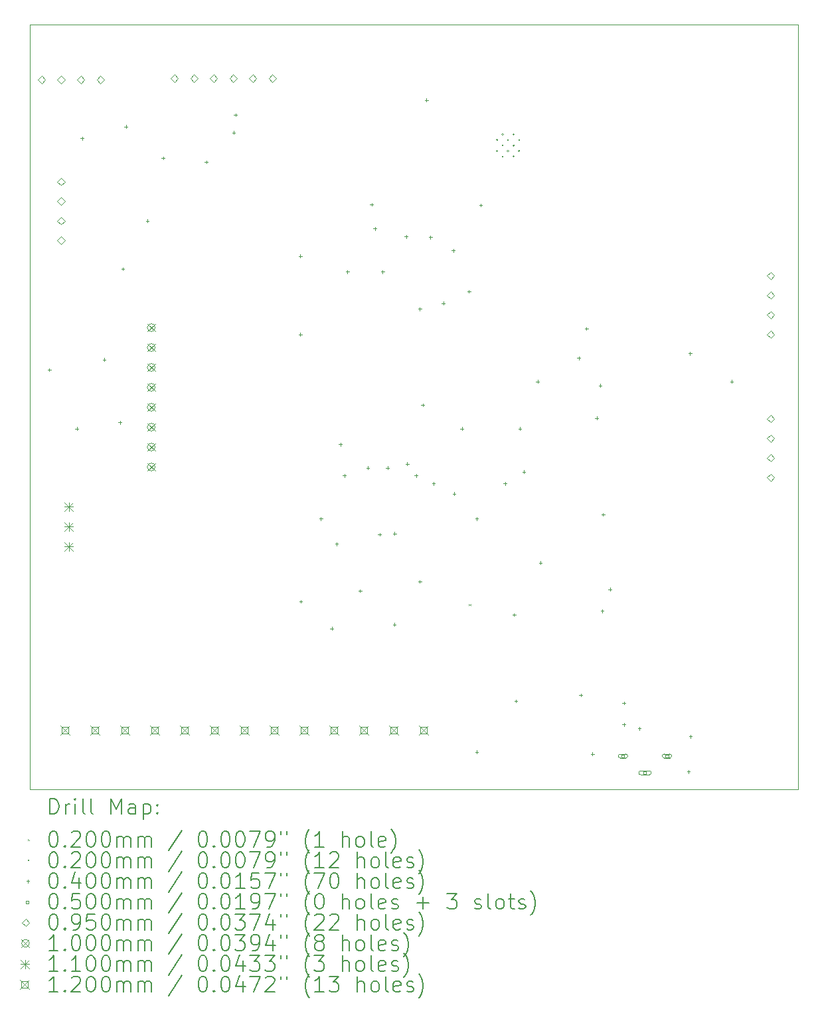
<source format=gbr>
%TF.GenerationSoftware,KiCad,Pcbnew,8.0.8*%
%TF.CreationDate,2025-01-30T15:17:23-05:00*%
%TF.ProjectId,FORWARD-PCB,464f5257-4152-4442-9d50-43422e6b6963,rev?*%
%TF.SameCoordinates,Original*%
%TF.FileFunction,Drillmap*%
%TF.FilePolarity,Positive*%
%FSLAX45Y45*%
G04 Gerber Fmt 4.5, Leading zero omitted, Abs format (unit mm)*
G04 Created by KiCad (PCBNEW 8.0.8) date 2025-01-30 15:17:23*
%MOMM*%
%LPD*%
G01*
G04 APERTURE LIST*
%ADD10C,0.100000*%
%ADD11C,0.200000*%
%ADD12C,0.110000*%
%ADD13C,0.120000*%
G04 APERTURE END LIST*
D10*
X10150000Y-4850000D02*
X19950000Y-4850000D01*
X19950000Y-14600000D01*
X10150000Y-14600000D01*
X10150000Y-4850000D01*
D11*
D10*
X15751974Y-12240000D02*
X15771974Y-12260000D01*
X15771974Y-12240000D02*
X15751974Y-12260000D01*
X16120000Y-6320000D02*
G75*
G02*
X16100000Y-6320000I-10000J0D01*
G01*
X16100000Y-6320000D02*
G75*
G02*
X16120000Y-6320000I10000J0D01*
G01*
X16120000Y-6460000D02*
G75*
G02*
X16100000Y-6460000I-10000J0D01*
G01*
X16100000Y-6460000D02*
G75*
G02*
X16120000Y-6460000I10000J0D01*
G01*
X16190000Y-6250000D02*
G75*
G02*
X16170000Y-6250000I-10000J0D01*
G01*
X16170000Y-6250000D02*
G75*
G02*
X16190000Y-6250000I10000J0D01*
G01*
X16190000Y-6390000D02*
G75*
G02*
X16170000Y-6390000I-10000J0D01*
G01*
X16170000Y-6390000D02*
G75*
G02*
X16190000Y-6390000I10000J0D01*
G01*
X16190000Y-6530000D02*
G75*
G02*
X16170000Y-6530000I-10000J0D01*
G01*
X16170000Y-6530000D02*
G75*
G02*
X16190000Y-6530000I10000J0D01*
G01*
X16257500Y-6320000D02*
G75*
G02*
X16237500Y-6320000I-10000J0D01*
G01*
X16237500Y-6320000D02*
G75*
G02*
X16257500Y-6320000I10000J0D01*
G01*
X16257500Y-6460000D02*
G75*
G02*
X16237500Y-6460000I-10000J0D01*
G01*
X16237500Y-6460000D02*
G75*
G02*
X16257500Y-6460000I10000J0D01*
G01*
X16330000Y-6250000D02*
G75*
G02*
X16310000Y-6250000I-10000J0D01*
G01*
X16310000Y-6250000D02*
G75*
G02*
X16330000Y-6250000I10000J0D01*
G01*
X16330000Y-6390000D02*
G75*
G02*
X16310000Y-6390000I-10000J0D01*
G01*
X16310000Y-6390000D02*
G75*
G02*
X16330000Y-6390000I10000J0D01*
G01*
X16330000Y-6530000D02*
G75*
G02*
X16310000Y-6530000I-10000J0D01*
G01*
X16310000Y-6530000D02*
G75*
G02*
X16330000Y-6530000I10000J0D01*
G01*
X16400000Y-6320000D02*
G75*
G02*
X16380000Y-6320000I-10000J0D01*
G01*
X16380000Y-6320000D02*
G75*
G02*
X16400000Y-6320000I10000J0D01*
G01*
X16400000Y-6460000D02*
G75*
G02*
X16380000Y-6460000I-10000J0D01*
G01*
X16380000Y-6460000D02*
G75*
G02*
X16400000Y-6460000I10000J0D01*
G01*
X10400000Y-9230000D02*
X10400000Y-9270000D01*
X10380000Y-9250000D02*
X10420000Y-9250000D01*
X10750000Y-9980000D02*
X10750000Y-10020000D01*
X10730000Y-10000000D02*
X10770000Y-10000000D01*
X10816250Y-6276750D02*
X10816250Y-6316750D01*
X10796250Y-6296750D02*
X10836250Y-6296750D01*
X11100000Y-9100500D02*
X11100000Y-9140500D01*
X11080000Y-9120500D02*
X11120000Y-9120500D01*
X11300000Y-9900500D02*
X11300000Y-9940500D01*
X11280000Y-9920500D02*
X11320000Y-9920500D01*
X11336250Y-7944250D02*
X11336250Y-7984250D01*
X11316250Y-7964250D02*
X11356250Y-7964250D01*
X11375000Y-6130000D02*
X11375000Y-6170000D01*
X11355000Y-6150000D02*
X11395000Y-6150000D01*
X11650000Y-7330000D02*
X11650000Y-7370000D01*
X11630000Y-7350000D02*
X11670000Y-7350000D01*
X11850000Y-6530000D02*
X11850000Y-6570000D01*
X11830000Y-6550000D02*
X11870000Y-6550000D01*
X12400000Y-6580000D02*
X12400000Y-6620000D01*
X12380000Y-6600000D02*
X12420000Y-6600000D01*
X12750000Y-6205000D02*
X12750000Y-6245000D01*
X12730000Y-6225000D02*
X12770000Y-6225000D01*
X12775000Y-5980000D02*
X12775000Y-6020000D01*
X12755000Y-6000000D02*
X12795000Y-6000000D01*
X13600000Y-7780000D02*
X13600000Y-7820000D01*
X13580000Y-7800000D02*
X13620000Y-7800000D01*
X13600000Y-8780000D02*
X13600000Y-8820000D01*
X13580000Y-8800000D02*
X13620000Y-8800000D01*
X13605987Y-12185987D02*
X13605987Y-12225987D01*
X13585987Y-12205987D02*
X13625987Y-12205987D01*
X13861974Y-11130000D02*
X13861974Y-11170000D01*
X13841974Y-11150000D02*
X13881974Y-11150000D01*
X14000000Y-12530000D02*
X14000000Y-12570000D01*
X13980000Y-12550000D02*
X14020000Y-12550000D01*
X14061974Y-11450000D02*
X14061974Y-11490000D01*
X14041974Y-11470000D02*
X14081974Y-11470000D01*
X14111974Y-10180000D02*
X14111974Y-10220000D01*
X14091974Y-10200000D02*
X14131974Y-10200000D01*
X14161974Y-10580000D02*
X14161974Y-10620000D01*
X14141974Y-10600000D02*
X14181974Y-10600000D01*
X14200000Y-7980000D02*
X14200000Y-8020000D01*
X14180000Y-8000000D02*
X14220000Y-8000000D01*
X14361974Y-12050000D02*
X14361974Y-12090000D01*
X14341974Y-12070000D02*
X14381974Y-12070000D01*
X14461974Y-10480000D02*
X14461974Y-10520000D01*
X14441974Y-10500000D02*
X14481974Y-10500000D01*
X14508000Y-7122000D02*
X14508000Y-7162000D01*
X14488000Y-7142000D02*
X14528000Y-7142000D01*
X14550000Y-7430000D02*
X14550000Y-7470000D01*
X14530000Y-7450000D02*
X14570000Y-7450000D01*
X14611974Y-11330000D02*
X14611974Y-11370000D01*
X14591974Y-11350000D02*
X14631974Y-11350000D01*
X14650000Y-7980000D02*
X14650000Y-8020000D01*
X14630000Y-8000000D02*
X14670000Y-8000000D01*
X14711974Y-10480000D02*
X14711974Y-10520000D01*
X14691974Y-10500000D02*
X14731974Y-10500000D01*
X14800000Y-12480000D02*
X14800000Y-12520000D01*
X14780000Y-12500000D02*
X14820000Y-12500000D01*
X14803543Y-11318268D02*
X14803543Y-11358268D01*
X14783543Y-11338268D02*
X14823543Y-11338268D01*
X14950000Y-7530000D02*
X14950000Y-7570000D01*
X14930000Y-7550000D02*
X14970000Y-7550000D01*
X14961974Y-10430000D02*
X14961974Y-10470000D01*
X14941974Y-10450000D02*
X14981974Y-10450000D01*
X15075000Y-10580000D02*
X15075000Y-10620000D01*
X15055000Y-10600000D02*
X15095000Y-10600000D01*
X15125000Y-8455000D02*
X15125000Y-8495000D01*
X15105000Y-8475000D02*
X15145000Y-8475000D01*
X15125000Y-11930000D02*
X15125000Y-11970000D01*
X15105000Y-11950000D02*
X15145000Y-11950000D01*
X15161974Y-9680000D02*
X15161974Y-9720000D01*
X15141974Y-9700000D02*
X15181974Y-9700000D01*
X15210000Y-5790000D02*
X15210000Y-5830000D01*
X15190000Y-5810000D02*
X15230000Y-5810000D01*
X15260000Y-7540000D02*
X15260000Y-7580000D01*
X15240000Y-7560000D02*
X15280000Y-7560000D01*
X15300000Y-10680000D02*
X15300000Y-10720000D01*
X15280000Y-10700000D02*
X15320000Y-10700000D01*
X15425000Y-8380000D02*
X15425000Y-8420000D01*
X15405000Y-8400000D02*
X15445000Y-8400000D01*
X15550000Y-7710000D02*
X15550000Y-7750000D01*
X15530000Y-7730000D02*
X15570000Y-7730000D01*
X15561974Y-10810000D02*
X15561974Y-10850000D01*
X15541974Y-10830000D02*
X15581974Y-10830000D01*
X15661974Y-9980000D02*
X15661974Y-10020000D01*
X15641974Y-10000000D02*
X15681974Y-10000000D01*
X15750000Y-8230000D02*
X15750000Y-8270000D01*
X15730000Y-8250000D02*
X15770000Y-8250000D01*
X15850000Y-11130000D02*
X15850000Y-11170000D01*
X15830000Y-11150000D02*
X15870000Y-11150000D01*
X15850000Y-14105000D02*
X15850000Y-14145000D01*
X15830000Y-14125000D02*
X15870000Y-14125000D01*
X15900000Y-7130000D02*
X15900000Y-7170000D01*
X15880000Y-7150000D02*
X15920000Y-7150000D01*
X16211974Y-10680000D02*
X16211974Y-10720000D01*
X16191974Y-10700000D02*
X16231974Y-10700000D01*
X16325000Y-12355000D02*
X16325000Y-12395000D01*
X16305000Y-12375000D02*
X16345000Y-12375000D01*
X16350000Y-13455000D02*
X16350000Y-13495000D01*
X16330000Y-13475000D02*
X16370000Y-13475000D01*
X16400000Y-9980000D02*
X16400000Y-10020000D01*
X16380000Y-10000000D02*
X16420000Y-10000000D01*
X16450000Y-10530000D02*
X16450000Y-10570000D01*
X16430000Y-10550000D02*
X16470000Y-10550000D01*
X16625000Y-9380000D02*
X16625000Y-9420000D01*
X16605000Y-9400000D02*
X16645000Y-9400000D01*
X16661974Y-11690000D02*
X16661974Y-11730000D01*
X16641974Y-11710000D02*
X16681974Y-11710000D01*
X17150000Y-9080000D02*
X17150000Y-9120000D01*
X17130000Y-9100000D02*
X17170000Y-9100000D01*
X17175000Y-13380000D02*
X17175000Y-13420000D01*
X17155000Y-13400000D02*
X17195000Y-13400000D01*
X17250000Y-8705000D02*
X17250000Y-8745000D01*
X17230000Y-8725000D02*
X17270000Y-8725000D01*
X17325000Y-14130000D02*
X17325000Y-14170000D01*
X17305000Y-14150000D02*
X17345000Y-14150000D01*
X17377998Y-9844023D02*
X17377998Y-9884023D01*
X17357998Y-9864023D02*
X17397998Y-9864023D01*
X17425000Y-9430000D02*
X17425000Y-9470000D01*
X17405000Y-9450000D02*
X17445000Y-9450000D01*
X17450000Y-12305000D02*
X17450000Y-12345000D01*
X17430000Y-12325000D02*
X17470000Y-12325000D01*
X17460246Y-11074843D02*
X17460246Y-11114843D01*
X17440246Y-11094843D02*
X17480246Y-11094843D01*
X17550000Y-12030000D02*
X17550000Y-12070000D01*
X17530000Y-12050000D02*
X17570000Y-12050000D01*
X17725000Y-13480000D02*
X17725000Y-13520000D01*
X17705000Y-13500000D02*
X17745000Y-13500000D01*
X17725000Y-13755000D02*
X17725000Y-13795000D01*
X17705000Y-13775000D02*
X17745000Y-13775000D01*
X17925000Y-13805000D02*
X17925000Y-13845000D01*
X17905000Y-13825000D02*
X17945000Y-13825000D01*
X18550000Y-14355000D02*
X18550000Y-14395000D01*
X18530000Y-14375000D02*
X18570000Y-14375000D01*
X18570000Y-9021250D02*
X18570000Y-9061250D01*
X18550000Y-9041250D02*
X18590000Y-9041250D01*
X18575000Y-13905000D02*
X18575000Y-13945000D01*
X18555000Y-13925000D02*
X18595000Y-13925000D01*
X19100000Y-9380000D02*
X19100000Y-9420000D01*
X19080000Y-9400000D02*
X19120000Y-9400000D01*
X17732678Y-14192678D02*
X17732678Y-14157322D01*
X17697322Y-14157322D01*
X17697322Y-14192678D01*
X17732678Y-14192678D01*
X17680000Y-14200000D02*
X17750000Y-14200000D01*
X17750000Y-14150000D02*
G75*
G02*
X17750000Y-14200000I0J-25000D01*
G01*
X17750000Y-14150000D02*
X17680000Y-14150000D01*
X17680000Y-14150000D02*
G75*
G03*
X17680000Y-14200000I0J-25000D01*
G01*
X18012678Y-14407678D02*
X18012678Y-14372322D01*
X17977322Y-14372322D01*
X17977322Y-14407678D01*
X18012678Y-14407678D01*
X17940000Y-14415000D02*
X18050000Y-14415000D01*
X18050000Y-14365000D02*
G75*
G02*
X18050000Y-14415000I0J-25000D01*
G01*
X18050000Y-14365000D02*
X17940000Y-14365000D01*
X17940000Y-14365000D02*
G75*
G03*
X17940000Y-14415000I0J-25000D01*
G01*
X18292678Y-14192678D02*
X18292678Y-14157322D01*
X18257322Y-14157322D01*
X18257322Y-14192678D01*
X18292678Y-14192678D01*
X18240000Y-14200000D02*
X18310000Y-14200000D01*
X18310000Y-14150000D02*
G75*
G02*
X18310000Y-14200000I0J-25000D01*
G01*
X18310000Y-14150000D02*
X18240000Y-14150000D01*
X18240000Y-14150000D02*
G75*
G03*
X18240000Y-14200000I0J-25000D01*
G01*
X10300000Y-5597500D02*
X10347500Y-5550000D01*
X10300000Y-5502500D01*
X10252500Y-5550000D01*
X10300000Y-5597500D01*
X10550000Y-5597500D02*
X10597500Y-5550000D01*
X10550000Y-5502500D01*
X10502500Y-5550000D01*
X10550000Y-5597500D01*
X10550000Y-6897500D02*
X10597500Y-6850000D01*
X10550000Y-6802500D01*
X10502500Y-6850000D01*
X10550000Y-6897500D01*
X10550000Y-7147500D02*
X10597500Y-7100000D01*
X10550000Y-7052500D01*
X10502500Y-7100000D01*
X10550000Y-7147500D01*
X10550000Y-7397500D02*
X10597500Y-7350000D01*
X10550000Y-7302500D01*
X10502500Y-7350000D01*
X10550000Y-7397500D01*
X10550000Y-7647500D02*
X10597500Y-7600000D01*
X10550000Y-7552500D01*
X10502500Y-7600000D01*
X10550000Y-7647500D01*
X10800000Y-5597500D02*
X10847500Y-5550000D01*
X10800000Y-5502500D01*
X10752500Y-5550000D01*
X10800000Y-5597500D01*
X11050000Y-5597500D02*
X11097500Y-5550000D01*
X11050000Y-5502500D01*
X11002500Y-5550000D01*
X11050000Y-5597500D01*
X11995000Y-5580750D02*
X12042500Y-5533250D01*
X11995000Y-5485750D01*
X11947500Y-5533250D01*
X11995000Y-5580750D01*
X12245000Y-5580750D02*
X12292500Y-5533250D01*
X12245000Y-5485750D01*
X12197500Y-5533250D01*
X12245000Y-5580750D01*
X12495000Y-5580750D02*
X12542500Y-5533250D01*
X12495000Y-5485750D01*
X12447500Y-5533250D01*
X12495000Y-5580750D01*
X12745000Y-5580750D02*
X12792500Y-5533250D01*
X12745000Y-5485750D01*
X12697500Y-5533250D01*
X12745000Y-5580750D01*
X12995000Y-5580750D02*
X13042500Y-5533250D01*
X12995000Y-5485750D01*
X12947500Y-5533250D01*
X12995000Y-5580750D01*
X13245000Y-5580750D02*
X13292500Y-5533250D01*
X13245000Y-5485750D01*
X13197500Y-5533250D01*
X13245000Y-5580750D01*
X19596750Y-8097500D02*
X19644250Y-8050000D01*
X19596750Y-8002500D01*
X19549250Y-8050000D01*
X19596750Y-8097500D01*
X19596750Y-8347500D02*
X19644250Y-8300000D01*
X19596750Y-8252500D01*
X19549250Y-8300000D01*
X19596750Y-8347500D01*
X19596750Y-8597500D02*
X19644250Y-8550000D01*
X19596750Y-8502500D01*
X19549250Y-8550000D01*
X19596750Y-8597500D01*
X19596750Y-8847500D02*
X19644250Y-8800000D01*
X19596750Y-8752500D01*
X19549250Y-8800000D01*
X19596750Y-8847500D01*
X19596750Y-9922500D02*
X19644250Y-9875000D01*
X19596750Y-9827500D01*
X19549250Y-9875000D01*
X19596750Y-9922500D01*
X19596750Y-10172500D02*
X19644250Y-10125000D01*
X19596750Y-10077500D01*
X19549250Y-10125000D01*
X19596750Y-10172500D01*
X19596750Y-10422500D02*
X19644250Y-10375000D01*
X19596750Y-10327500D01*
X19549250Y-10375000D01*
X19596750Y-10422500D01*
X19596750Y-10672500D02*
X19644250Y-10625000D01*
X19596750Y-10577500D01*
X19549250Y-10625000D01*
X19596750Y-10672500D01*
X11650000Y-8662500D02*
X11750000Y-8762500D01*
X11750000Y-8662500D02*
X11650000Y-8762500D01*
X11750000Y-8712500D02*
G75*
G02*
X11650000Y-8712500I-50000J0D01*
G01*
X11650000Y-8712500D02*
G75*
G02*
X11750000Y-8712500I50000J0D01*
G01*
X11650000Y-8916500D02*
X11750000Y-9016500D01*
X11750000Y-8916500D02*
X11650000Y-9016500D01*
X11750000Y-8966500D02*
G75*
G02*
X11650000Y-8966500I-50000J0D01*
G01*
X11650000Y-8966500D02*
G75*
G02*
X11750000Y-8966500I50000J0D01*
G01*
X11650000Y-9170500D02*
X11750000Y-9270500D01*
X11750000Y-9170500D02*
X11650000Y-9270500D01*
X11750000Y-9220500D02*
G75*
G02*
X11650000Y-9220500I-50000J0D01*
G01*
X11650000Y-9220500D02*
G75*
G02*
X11750000Y-9220500I50000J0D01*
G01*
X11650000Y-9424500D02*
X11750000Y-9524500D01*
X11750000Y-9424500D02*
X11650000Y-9524500D01*
X11750000Y-9474500D02*
G75*
G02*
X11650000Y-9474500I-50000J0D01*
G01*
X11650000Y-9474500D02*
G75*
G02*
X11750000Y-9474500I50000J0D01*
G01*
X11650000Y-9678500D02*
X11750000Y-9778500D01*
X11750000Y-9678500D02*
X11650000Y-9778500D01*
X11750000Y-9728500D02*
G75*
G02*
X11650000Y-9728500I-50000J0D01*
G01*
X11650000Y-9728500D02*
G75*
G02*
X11750000Y-9728500I50000J0D01*
G01*
X11650000Y-9932500D02*
X11750000Y-10032500D01*
X11750000Y-9932500D02*
X11650000Y-10032500D01*
X11750000Y-9982500D02*
G75*
G02*
X11650000Y-9982500I-50000J0D01*
G01*
X11650000Y-9982500D02*
G75*
G02*
X11750000Y-9982500I50000J0D01*
G01*
X11650000Y-10186500D02*
X11750000Y-10286500D01*
X11750000Y-10186500D02*
X11650000Y-10286500D01*
X11750000Y-10236500D02*
G75*
G02*
X11650000Y-10236500I-50000J0D01*
G01*
X11650000Y-10236500D02*
G75*
G02*
X11750000Y-10236500I50000J0D01*
G01*
X11650000Y-10440500D02*
X11750000Y-10540500D01*
X11750000Y-10440500D02*
X11650000Y-10540500D01*
X11750000Y-10490500D02*
G75*
G02*
X11650000Y-10490500I-50000J0D01*
G01*
X11650000Y-10490500D02*
G75*
G02*
X11750000Y-10490500I50000J0D01*
G01*
D12*
X10595000Y-10941000D02*
X10705000Y-11051000D01*
X10705000Y-10941000D02*
X10595000Y-11051000D01*
X10650000Y-10941000D02*
X10650000Y-11051000D01*
X10595000Y-10996000D02*
X10705000Y-10996000D01*
X10595000Y-11195000D02*
X10705000Y-11305000D01*
X10705000Y-11195000D02*
X10595000Y-11305000D01*
X10650000Y-11195000D02*
X10650000Y-11305000D01*
X10595000Y-11250000D02*
X10705000Y-11250000D01*
X10595000Y-11449000D02*
X10705000Y-11559000D01*
X10705000Y-11449000D02*
X10595000Y-11559000D01*
X10650000Y-11449000D02*
X10650000Y-11559000D01*
X10595000Y-11504000D02*
X10705000Y-11504000D01*
D13*
X10542000Y-13790000D02*
X10662000Y-13910000D01*
X10662000Y-13790000D02*
X10542000Y-13910000D01*
X10644427Y-13892427D02*
X10644427Y-13807573D01*
X10559573Y-13807573D01*
X10559573Y-13892427D01*
X10644427Y-13892427D01*
X10923000Y-13790000D02*
X11043000Y-13910000D01*
X11043000Y-13790000D02*
X10923000Y-13910000D01*
X11025427Y-13892427D02*
X11025427Y-13807573D01*
X10940573Y-13807573D01*
X10940573Y-13892427D01*
X11025427Y-13892427D01*
X11304000Y-13790000D02*
X11424000Y-13910000D01*
X11424000Y-13790000D02*
X11304000Y-13910000D01*
X11406427Y-13892427D02*
X11406427Y-13807573D01*
X11321573Y-13807573D01*
X11321573Y-13892427D01*
X11406427Y-13892427D01*
X11685000Y-13790000D02*
X11805000Y-13910000D01*
X11805000Y-13790000D02*
X11685000Y-13910000D01*
X11787427Y-13892427D02*
X11787427Y-13807573D01*
X11702573Y-13807573D01*
X11702573Y-13892427D01*
X11787427Y-13892427D01*
X12066000Y-13790000D02*
X12186000Y-13910000D01*
X12186000Y-13790000D02*
X12066000Y-13910000D01*
X12168427Y-13892427D02*
X12168427Y-13807573D01*
X12083573Y-13807573D01*
X12083573Y-13892427D01*
X12168427Y-13892427D01*
X12447000Y-13790000D02*
X12567000Y-13910000D01*
X12567000Y-13790000D02*
X12447000Y-13910000D01*
X12549427Y-13892427D02*
X12549427Y-13807573D01*
X12464573Y-13807573D01*
X12464573Y-13892427D01*
X12549427Y-13892427D01*
X12828000Y-13790000D02*
X12948000Y-13910000D01*
X12948000Y-13790000D02*
X12828000Y-13910000D01*
X12930427Y-13892427D02*
X12930427Y-13807573D01*
X12845573Y-13807573D01*
X12845573Y-13892427D01*
X12930427Y-13892427D01*
X13209000Y-13790000D02*
X13329000Y-13910000D01*
X13329000Y-13790000D02*
X13209000Y-13910000D01*
X13311427Y-13892427D02*
X13311427Y-13807573D01*
X13226573Y-13807573D01*
X13226573Y-13892427D01*
X13311427Y-13892427D01*
X13590000Y-13790000D02*
X13710000Y-13910000D01*
X13710000Y-13790000D02*
X13590000Y-13910000D01*
X13692427Y-13892427D02*
X13692427Y-13807573D01*
X13607573Y-13807573D01*
X13607573Y-13892427D01*
X13692427Y-13892427D01*
X13971000Y-13790000D02*
X14091000Y-13910000D01*
X14091000Y-13790000D02*
X13971000Y-13910000D01*
X14073427Y-13892427D02*
X14073427Y-13807573D01*
X13988573Y-13807573D01*
X13988573Y-13892427D01*
X14073427Y-13892427D01*
X14352000Y-13790000D02*
X14472000Y-13910000D01*
X14472000Y-13790000D02*
X14352000Y-13910000D01*
X14454427Y-13892427D02*
X14454427Y-13807573D01*
X14369573Y-13807573D01*
X14369573Y-13892427D01*
X14454427Y-13892427D01*
X14733000Y-13790000D02*
X14853000Y-13910000D01*
X14853000Y-13790000D02*
X14733000Y-13910000D01*
X14835427Y-13892427D02*
X14835427Y-13807573D01*
X14750573Y-13807573D01*
X14750573Y-13892427D01*
X14835427Y-13892427D01*
X15114000Y-13790000D02*
X15234000Y-13910000D01*
X15234000Y-13790000D02*
X15114000Y-13910000D01*
X15216427Y-13892427D02*
X15216427Y-13807573D01*
X15131573Y-13807573D01*
X15131573Y-13892427D01*
X15216427Y-13892427D01*
D11*
X10405777Y-14916484D02*
X10405777Y-14716484D01*
X10405777Y-14716484D02*
X10453396Y-14716484D01*
X10453396Y-14716484D02*
X10481967Y-14726008D01*
X10481967Y-14726008D02*
X10501015Y-14745055D01*
X10501015Y-14745055D02*
X10510539Y-14764103D01*
X10510539Y-14764103D02*
X10520063Y-14802198D01*
X10520063Y-14802198D02*
X10520063Y-14830769D01*
X10520063Y-14830769D02*
X10510539Y-14868865D01*
X10510539Y-14868865D02*
X10501015Y-14887912D01*
X10501015Y-14887912D02*
X10481967Y-14906960D01*
X10481967Y-14906960D02*
X10453396Y-14916484D01*
X10453396Y-14916484D02*
X10405777Y-14916484D01*
X10605777Y-14916484D02*
X10605777Y-14783150D01*
X10605777Y-14821246D02*
X10615301Y-14802198D01*
X10615301Y-14802198D02*
X10624824Y-14792674D01*
X10624824Y-14792674D02*
X10643872Y-14783150D01*
X10643872Y-14783150D02*
X10662920Y-14783150D01*
X10729586Y-14916484D02*
X10729586Y-14783150D01*
X10729586Y-14716484D02*
X10720063Y-14726008D01*
X10720063Y-14726008D02*
X10729586Y-14735531D01*
X10729586Y-14735531D02*
X10739110Y-14726008D01*
X10739110Y-14726008D02*
X10729586Y-14716484D01*
X10729586Y-14716484D02*
X10729586Y-14735531D01*
X10853396Y-14916484D02*
X10834348Y-14906960D01*
X10834348Y-14906960D02*
X10824824Y-14887912D01*
X10824824Y-14887912D02*
X10824824Y-14716484D01*
X10958158Y-14916484D02*
X10939110Y-14906960D01*
X10939110Y-14906960D02*
X10929586Y-14887912D01*
X10929586Y-14887912D02*
X10929586Y-14716484D01*
X11186729Y-14916484D02*
X11186729Y-14716484D01*
X11186729Y-14716484D02*
X11253396Y-14859341D01*
X11253396Y-14859341D02*
X11320062Y-14716484D01*
X11320062Y-14716484D02*
X11320062Y-14916484D01*
X11501015Y-14916484D02*
X11501015Y-14811722D01*
X11501015Y-14811722D02*
X11491491Y-14792674D01*
X11491491Y-14792674D02*
X11472443Y-14783150D01*
X11472443Y-14783150D02*
X11434348Y-14783150D01*
X11434348Y-14783150D02*
X11415301Y-14792674D01*
X11501015Y-14906960D02*
X11481967Y-14916484D01*
X11481967Y-14916484D02*
X11434348Y-14916484D01*
X11434348Y-14916484D02*
X11415301Y-14906960D01*
X11415301Y-14906960D02*
X11405777Y-14887912D01*
X11405777Y-14887912D02*
X11405777Y-14868865D01*
X11405777Y-14868865D02*
X11415301Y-14849817D01*
X11415301Y-14849817D02*
X11434348Y-14840293D01*
X11434348Y-14840293D02*
X11481967Y-14840293D01*
X11481967Y-14840293D02*
X11501015Y-14830769D01*
X11596253Y-14783150D02*
X11596253Y-14983150D01*
X11596253Y-14792674D02*
X11615301Y-14783150D01*
X11615301Y-14783150D02*
X11653396Y-14783150D01*
X11653396Y-14783150D02*
X11672443Y-14792674D01*
X11672443Y-14792674D02*
X11681967Y-14802198D01*
X11681967Y-14802198D02*
X11691491Y-14821246D01*
X11691491Y-14821246D02*
X11691491Y-14878388D01*
X11691491Y-14878388D02*
X11681967Y-14897436D01*
X11681967Y-14897436D02*
X11672443Y-14906960D01*
X11672443Y-14906960D02*
X11653396Y-14916484D01*
X11653396Y-14916484D02*
X11615301Y-14916484D01*
X11615301Y-14916484D02*
X11596253Y-14906960D01*
X11777205Y-14897436D02*
X11786729Y-14906960D01*
X11786729Y-14906960D02*
X11777205Y-14916484D01*
X11777205Y-14916484D02*
X11767682Y-14906960D01*
X11767682Y-14906960D02*
X11777205Y-14897436D01*
X11777205Y-14897436D02*
X11777205Y-14916484D01*
X11777205Y-14792674D02*
X11786729Y-14802198D01*
X11786729Y-14802198D02*
X11777205Y-14811722D01*
X11777205Y-14811722D02*
X11767682Y-14802198D01*
X11767682Y-14802198D02*
X11777205Y-14792674D01*
X11777205Y-14792674D02*
X11777205Y-14811722D01*
D10*
X10125000Y-15235000D02*
X10145000Y-15255000D01*
X10145000Y-15235000D02*
X10125000Y-15255000D01*
D11*
X10443872Y-15136484D02*
X10462920Y-15136484D01*
X10462920Y-15136484D02*
X10481967Y-15146008D01*
X10481967Y-15146008D02*
X10491491Y-15155531D01*
X10491491Y-15155531D02*
X10501015Y-15174579D01*
X10501015Y-15174579D02*
X10510539Y-15212674D01*
X10510539Y-15212674D02*
X10510539Y-15260293D01*
X10510539Y-15260293D02*
X10501015Y-15298388D01*
X10501015Y-15298388D02*
X10491491Y-15317436D01*
X10491491Y-15317436D02*
X10481967Y-15326960D01*
X10481967Y-15326960D02*
X10462920Y-15336484D01*
X10462920Y-15336484D02*
X10443872Y-15336484D01*
X10443872Y-15336484D02*
X10424824Y-15326960D01*
X10424824Y-15326960D02*
X10415301Y-15317436D01*
X10415301Y-15317436D02*
X10405777Y-15298388D01*
X10405777Y-15298388D02*
X10396253Y-15260293D01*
X10396253Y-15260293D02*
X10396253Y-15212674D01*
X10396253Y-15212674D02*
X10405777Y-15174579D01*
X10405777Y-15174579D02*
X10415301Y-15155531D01*
X10415301Y-15155531D02*
X10424824Y-15146008D01*
X10424824Y-15146008D02*
X10443872Y-15136484D01*
X10596253Y-15317436D02*
X10605777Y-15326960D01*
X10605777Y-15326960D02*
X10596253Y-15336484D01*
X10596253Y-15336484D02*
X10586729Y-15326960D01*
X10586729Y-15326960D02*
X10596253Y-15317436D01*
X10596253Y-15317436D02*
X10596253Y-15336484D01*
X10681967Y-15155531D02*
X10691491Y-15146008D01*
X10691491Y-15146008D02*
X10710539Y-15136484D01*
X10710539Y-15136484D02*
X10758158Y-15136484D01*
X10758158Y-15136484D02*
X10777205Y-15146008D01*
X10777205Y-15146008D02*
X10786729Y-15155531D01*
X10786729Y-15155531D02*
X10796253Y-15174579D01*
X10796253Y-15174579D02*
X10796253Y-15193627D01*
X10796253Y-15193627D02*
X10786729Y-15222198D01*
X10786729Y-15222198D02*
X10672444Y-15336484D01*
X10672444Y-15336484D02*
X10796253Y-15336484D01*
X10920063Y-15136484D02*
X10939110Y-15136484D01*
X10939110Y-15136484D02*
X10958158Y-15146008D01*
X10958158Y-15146008D02*
X10967682Y-15155531D01*
X10967682Y-15155531D02*
X10977205Y-15174579D01*
X10977205Y-15174579D02*
X10986729Y-15212674D01*
X10986729Y-15212674D02*
X10986729Y-15260293D01*
X10986729Y-15260293D02*
X10977205Y-15298388D01*
X10977205Y-15298388D02*
X10967682Y-15317436D01*
X10967682Y-15317436D02*
X10958158Y-15326960D01*
X10958158Y-15326960D02*
X10939110Y-15336484D01*
X10939110Y-15336484D02*
X10920063Y-15336484D01*
X10920063Y-15336484D02*
X10901015Y-15326960D01*
X10901015Y-15326960D02*
X10891491Y-15317436D01*
X10891491Y-15317436D02*
X10881967Y-15298388D01*
X10881967Y-15298388D02*
X10872444Y-15260293D01*
X10872444Y-15260293D02*
X10872444Y-15212674D01*
X10872444Y-15212674D02*
X10881967Y-15174579D01*
X10881967Y-15174579D02*
X10891491Y-15155531D01*
X10891491Y-15155531D02*
X10901015Y-15146008D01*
X10901015Y-15146008D02*
X10920063Y-15136484D01*
X11110539Y-15136484D02*
X11129586Y-15136484D01*
X11129586Y-15136484D02*
X11148634Y-15146008D01*
X11148634Y-15146008D02*
X11158158Y-15155531D01*
X11158158Y-15155531D02*
X11167682Y-15174579D01*
X11167682Y-15174579D02*
X11177205Y-15212674D01*
X11177205Y-15212674D02*
X11177205Y-15260293D01*
X11177205Y-15260293D02*
X11167682Y-15298388D01*
X11167682Y-15298388D02*
X11158158Y-15317436D01*
X11158158Y-15317436D02*
X11148634Y-15326960D01*
X11148634Y-15326960D02*
X11129586Y-15336484D01*
X11129586Y-15336484D02*
X11110539Y-15336484D01*
X11110539Y-15336484D02*
X11091491Y-15326960D01*
X11091491Y-15326960D02*
X11081967Y-15317436D01*
X11081967Y-15317436D02*
X11072444Y-15298388D01*
X11072444Y-15298388D02*
X11062920Y-15260293D01*
X11062920Y-15260293D02*
X11062920Y-15212674D01*
X11062920Y-15212674D02*
X11072444Y-15174579D01*
X11072444Y-15174579D02*
X11081967Y-15155531D01*
X11081967Y-15155531D02*
X11091491Y-15146008D01*
X11091491Y-15146008D02*
X11110539Y-15136484D01*
X11262920Y-15336484D02*
X11262920Y-15203150D01*
X11262920Y-15222198D02*
X11272443Y-15212674D01*
X11272443Y-15212674D02*
X11291491Y-15203150D01*
X11291491Y-15203150D02*
X11320063Y-15203150D01*
X11320063Y-15203150D02*
X11339110Y-15212674D01*
X11339110Y-15212674D02*
X11348634Y-15231722D01*
X11348634Y-15231722D02*
X11348634Y-15336484D01*
X11348634Y-15231722D02*
X11358158Y-15212674D01*
X11358158Y-15212674D02*
X11377205Y-15203150D01*
X11377205Y-15203150D02*
X11405777Y-15203150D01*
X11405777Y-15203150D02*
X11424824Y-15212674D01*
X11424824Y-15212674D02*
X11434348Y-15231722D01*
X11434348Y-15231722D02*
X11434348Y-15336484D01*
X11529586Y-15336484D02*
X11529586Y-15203150D01*
X11529586Y-15222198D02*
X11539110Y-15212674D01*
X11539110Y-15212674D02*
X11558158Y-15203150D01*
X11558158Y-15203150D02*
X11586729Y-15203150D01*
X11586729Y-15203150D02*
X11605777Y-15212674D01*
X11605777Y-15212674D02*
X11615301Y-15231722D01*
X11615301Y-15231722D02*
X11615301Y-15336484D01*
X11615301Y-15231722D02*
X11624824Y-15212674D01*
X11624824Y-15212674D02*
X11643872Y-15203150D01*
X11643872Y-15203150D02*
X11672443Y-15203150D01*
X11672443Y-15203150D02*
X11691491Y-15212674D01*
X11691491Y-15212674D02*
X11701015Y-15231722D01*
X11701015Y-15231722D02*
X11701015Y-15336484D01*
X12091491Y-15126960D02*
X11920063Y-15384103D01*
X12348634Y-15136484D02*
X12367682Y-15136484D01*
X12367682Y-15136484D02*
X12386729Y-15146008D01*
X12386729Y-15146008D02*
X12396253Y-15155531D01*
X12396253Y-15155531D02*
X12405777Y-15174579D01*
X12405777Y-15174579D02*
X12415301Y-15212674D01*
X12415301Y-15212674D02*
X12415301Y-15260293D01*
X12415301Y-15260293D02*
X12405777Y-15298388D01*
X12405777Y-15298388D02*
X12396253Y-15317436D01*
X12396253Y-15317436D02*
X12386729Y-15326960D01*
X12386729Y-15326960D02*
X12367682Y-15336484D01*
X12367682Y-15336484D02*
X12348634Y-15336484D01*
X12348634Y-15336484D02*
X12329586Y-15326960D01*
X12329586Y-15326960D02*
X12320063Y-15317436D01*
X12320063Y-15317436D02*
X12310539Y-15298388D01*
X12310539Y-15298388D02*
X12301015Y-15260293D01*
X12301015Y-15260293D02*
X12301015Y-15212674D01*
X12301015Y-15212674D02*
X12310539Y-15174579D01*
X12310539Y-15174579D02*
X12320063Y-15155531D01*
X12320063Y-15155531D02*
X12329586Y-15146008D01*
X12329586Y-15146008D02*
X12348634Y-15136484D01*
X12501015Y-15317436D02*
X12510539Y-15326960D01*
X12510539Y-15326960D02*
X12501015Y-15336484D01*
X12501015Y-15336484D02*
X12491491Y-15326960D01*
X12491491Y-15326960D02*
X12501015Y-15317436D01*
X12501015Y-15317436D02*
X12501015Y-15336484D01*
X12634348Y-15136484D02*
X12653396Y-15136484D01*
X12653396Y-15136484D02*
X12672444Y-15146008D01*
X12672444Y-15146008D02*
X12681967Y-15155531D01*
X12681967Y-15155531D02*
X12691491Y-15174579D01*
X12691491Y-15174579D02*
X12701015Y-15212674D01*
X12701015Y-15212674D02*
X12701015Y-15260293D01*
X12701015Y-15260293D02*
X12691491Y-15298388D01*
X12691491Y-15298388D02*
X12681967Y-15317436D01*
X12681967Y-15317436D02*
X12672444Y-15326960D01*
X12672444Y-15326960D02*
X12653396Y-15336484D01*
X12653396Y-15336484D02*
X12634348Y-15336484D01*
X12634348Y-15336484D02*
X12615301Y-15326960D01*
X12615301Y-15326960D02*
X12605777Y-15317436D01*
X12605777Y-15317436D02*
X12596253Y-15298388D01*
X12596253Y-15298388D02*
X12586729Y-15260293D01*
X12586729Y-15260293D02*
X12586729Y-15212674D01*
X12586729Y-15212674D02*
X12596253Y-15174579D01*
X12596253Y-15174579D02*
X12605777Y-15155531D01*
X12605777Y-15155531D02*
X12615301Y-15146008D01*
X12615301Y-15146008D02*
X12634348Y-15136484D01*
X12824825Y-15136484D02*
X12843872Y-15136484D01*
X12843872Y-15136484D02*
X12862920Y-15146008D01*
X12862920Y-15146008D02*
X12872444Y-15155531D01*
X12872444Y-15155531D02*
X12881967Y-15174579D01*
X12881967Y-15174579D02*
X12891491Y-15212674D01*
X12891491Y-15212674D02*
X12891491Y-15260293D01*
X12891491Y-15260293D02*
X12881967Y-15298388D01*
X12881967Y-15298388D02*
X12872444Y-15317436D01*
X12872444Y-15317436D02*
X12862920Y-15326960D01*
X12862920Y-15326960D02*
X12843872Y-15336484D01*
X12843872Y-15336484D02*
X12824825Y-15336484D01*
X12824825Y-15336484D02*
X12805777Y-15326960D01*
X12805777Y-15326960D02*
X12796253Y-15317436D01*
X12796253Y-15317436D02*
X12786729Y-15298388D01*
X12786729Y-15298388D02*
X12777206Y-15260293D01*
X12777206Y-15260293D02*
X12777206Y-15212674D01*
X12777206Y-15212674D02*
X12786729Y-15174579D01*
X12786729Y-15174579D02*
X12796253Y-15155531D01*
X12796253Y-15155531D02*
X12805777Y-15146008D01*
X12805777Y-15146008D02*
X12824825Y-15136484D01*
X12958158Y-15136484D02*
X13091491Y-15136484D01*
X13091491Y-15136484D02*
X13005777Y-15336484D01*
X13177206Y-15336484D02*
X13215301Y-15336484D01*
X13215301Y-15336484D02*
X13234348Y-15326960D01*
X13234348Y-15326960D02*
X13243872Y-15317436D01*
X13243872Y-15317436D02*
X13262920Y-15288865D01*
X13262920Y-15288865D02*
X13272444Y-15250769D01*
X13272444Y-15250769D02*
X13272444Y-15174579D01*
X13272444Y-15174579D02*
X13262920Y-15155531D01*
X13262920Y-15155531D02*
X13253396Y-15146008D01*
X13253396Y-15146008D02*
X13234348Y-15136484D01*
X13234348Y-15136484D02*
X13196253Y-15136484D01*
X13196253Y-15136484D02*
X13177206Y-15146008D01*
X13177206Y-15146008D02*
X13167682Y-15155531D01*
X13167682Y-15155531D02*
X13158158Y-15174579D01*
X13158158Y-15174579D02*
X13158158Y-15222198D01*
X13158158Y-15222198D02*
X13167682Y-15241246D01*
X13167682Y-15241246D02*
X13177206Y-15250769D01*
X13177206Y-15250769D02*
X13196253Y-15260293D01*
X13196253Y-15260293D02*
X13234348Y-15260293D01*
X13234348Y-15260293D02*
X13253396Y-15250769D01*
X13253396Y-15250769D02*
X13262920Y-15241246D01*
X13262920Y-15241246D02*
X13272444Y-15222198D01*
X13348634Y-15136484D02*
X13348634Y-15174579D01*
X13424825Y-15136484D02*
X13424825Y-15174579D01*
X13720063Y-15412674D02*
X13710539Y-15403150D01*
X13710539Y-15403150D02*
X13691491Y-15374579D01*
X13691491Y-15374579D02*
X13681968Y-15355531D01*
X13681968Y-15355531D02*
X13672444Y-15326960D01*
X13672444Y-15326960D02*
X13662920Y-15279341D01*
X13662920Y-15279341D02*
X13662920Y-15241246D01*
X13662920Y-15241246D02*
X13672444Y-15193627D01*
X13672444Y-15193627D02*
X13681968Y-15165055D01*
X13681968Y-15165055D02*
X13691491Y-15146008D01*
X13691491Y-15146008D02*
X13710539Y-15117436D01*
X13710539Y-15117436D02*
X13720063Y-15107912D01*
X13901015Y-15336484D02*
X13786729Y-15336484D01*
X13843872Y-15336484D02*
X13843872Y-15136484D01*
X13843872Y-15136484D02*
X13824825Y-15165055D01*
X13824825Y-15165055D02*
X13805777Y-15184103D01*
X13805777Y-15184103D02*
X13786729Y-15193627D01*
X14139110Y-15336484D02*
X14139110Y-15136484D01*
X14224825Y-15336484D02*
X14224825Y-15231722D01*
X14224825Y-15231722D02*
X14215301Y-15212674D01*
X14215301Y-15212674D02*
X14196253Y-15203150D01*
X14196253Y-15203150D02*
X14167682Y-15203150D01*
X14167682Y-15203150D02*
X14148634Y-15212674D01*
X14148634Y-15212674D02*
X14139110Y-15222198D01*
X14348634Y-15336484D02*
X14329587Y-15326960D01*
X14329587Y-15326960D02*
X14320063Y-15317436D01*
X14320063Y-15317436D02*
X14310539Y-15298388D01*
X14310539Y-15298388D02*
X14310539Y-15241246D01*
X14310539Y-15241246D02*
X14320063Y-15222198D01*
X14320063Y-15222198D02*
X14329587Y-15212674D01*
X14329587Y-15212674D02*
X14348634Y-15203150D01*
X14348634Y-15203150D02*
X14377206Y-15203150D01*
X14377206Y-15203150D02*
X14396253Y-15212674D01*
X14396253Y-15212674D02*
X14405777Y-15222198D01*
X14405777Y-15222198D02*
X14415301Y-15241246D01*
X14415301Y-15241246D02*
X14415301Y-15298388D01*
X14415301Y-15298388D02*
X14405777Y-15317436D01*
X14405777Y-15317436D02*
X14396253Y-15326960D01*
X14396253Y-15326960D02*
X14377206Y-15336484D01*
X14377206Y-15336484D02*
X14348634Y-15336484D01*
X14529587Y-15336484D02*
X14510539Y-15326960D01*
X14510539Y-15326960D02*
X14501015Y-15307912D01*
X14501015Y-15307912D02*
X14501015Y-15136484D01*
X14681968Y-15326960D02*
X14662920Y-15336484D01*
X14662920Y-15336484D02*
X14624825Y-15336484D01*
X14624825Y-15336484D02*
X14605777Y-15326960D01*
X14605777Y-15326960D02*
X14596253Y-15307912D01*
X14596253Y-15307912D02*
X14596253Y-15231722D01*
X14596253Y-15231722D02*
X14605777Y-15212674D01*
X14605777Y-15212674D02*
X14624825Y-15203150D01*
X14624825Y-15203150D02*
X14662920Y-15203150D01*
X14662920Y-15203150D02*
X14681968Y-15212674D01*
X14681968Y-15212674D02*
X14691491Y-15231722D01*
X14691491Y-15231722D02*
X14691491Y-15250769D01*
X14691491Y-15250769D02*
X14596253Y-15269817D01*
X14758158Y-15412674D02*
X14767682Y-15403150D01*
X14767682Y-15403150D02*
X14786730Y-15374579D01*
X14786730Y-15374579D02*
X14796253Y-15355531D01*
X14796253Y-15355531D02*
X14805777Y-15326960D01*
X14805777Y-15326960D02*
X14815301Y-15279341D01*
X14815301Y-15279341D02*
X14815301Y-15241246D01*
X14815301Y-15241246D02*
X14805777Y-15193627D01*
X14805777Y-15193627D02*
X14796253Y-15165055D01*
X14796253Y-15165055D02*
X14786730Y-15146008D01*
X14786730Y-15146008D02*
X14767682Y-15117436D01*
X14767682Y-15117436D02*
X14758158Y-15107912D01*
D10*
X10145000Y-15509000D02*
G75*
G02*
X10125000Y-15509000I-10000J0D01*
G01*
X10125000Y-15509000D02*
G75*
G02*
X10145000Y-15509000I10000J0D01*
G01*
D11*
X10443872Y-15400484D02*
X10462920Y-15400484D01*
X10462920Y-15400484D02*
X10481967Y-15410008D01*
X10481967Y-15410008D02*
X10491491Y-15419531D01*
X10491491Y-15419531D02*
X10501015Y-15438579D01*
X10501015Y-15438579D02*
X10510539Y-15476674D01*
X10510539Y-15476674D02*
X10510539Y-15524293D01*
X10510539Y-15524293D02*
X10501015Y-15562388D01*
X10501015Y-15562388D02*
X10491491Y-15581436D01*
X10491491Y-15581436D02*
X10481967Y-15590960D01*
X10481967Y-15590960D02*
X10462920Y-15600484D01*
X10462920Y-15600484D02*
X10443872Y-15600484D01*
X10443872Y-15600484D02*
X10424824Y-15590960D01*
X10424824Y-15590960D02*
X10415301Y-15581436D01*
X10415301Y-15581436D02*
X10405777Y-15562388D01*
X10405777Y-15562388D02*
X10396253Y-15524293D01*
X10396253Y-15524293D02*
X10396253Y-15476674D01*
X10396253Y-15476674D02*
X10405777Y-15438579D01*
X10405777Y-15438579D02*
X10415301Y-15419531D01*
X10415301Y-15419531D02*
X10424824Y-15410008D01*
X10424824Y-15410008D02*
X10443872Y-15400484D01*
X10596253Y-15581436D02*
X10605777Y-15590960D01*
X10605777Y-15590960D02*
X10596253Y-15600484D01*
X10596253Y-15600484D02*
X10586729Y-15590960D01*
X10586729Y-15590960D02*
X10596253Y-15581436D01*
X10596253Y-15581436D02*
X10596253Y-15600484D01*
X10681967Y-15419531D02*
X10691491Y-15410008D01*
X10691491Y-15410008D02*
X10710539Y-15400484D01*
X10710539Y-15400484D02*
X10758158Y-15400484D01*
X10758158Y-15400484D02*
X10777205Y-15410008D01*
X10777205Y-15410008D02*
X10786729Y-15419531D01*
X10786729Y-15419531D02*
X10796253Y-15438579D01*
X10796253Y-15438579D02*
X10796253Y-15457627D01*
X10796253Y-15457627D02*
X10786729Y-15486198D01*
X10786729Y-15486198D02*
X10672444Y-15600484D01*
X10672444Y-15600484D02*
X10796253Y-15600484D01*
X10920063Y-15400484D02*
X10939110Y-15400484D01*
X10939110Y-15400484D02*
X10958158Y-15410008D01*
X10958158Y-15410008D02*
X10967682Y-15419531D01*
X10967682Y-15419531D02*
X10977205Y-15438579D01*
X10977205Y-15438579D02*
X10986729Y-15476674D01*
X10986729Y-15476674D02*
X10986729Y-15524293D01*
X10986729Y-15524293D02*
X10977205Y-15562388D01*
X10977205Y-15562388D02*
X10967682Y-15581436D01*
X10967682Y-15581436D02*
X10958158Y-15590960D01*
X10958158Y-15590960D02*
X10939110Y-15600484D01*
X10939110Y-15600484D02*
X10920063Y-15600484D01*
X10920063Y-15600484D02*
X10901015Y-15590960D01*
X10901015Y-15590960D02*
X10891491Y-15581436D01*
X10891491Y-15581436D02*
X10881967Y-15562388D01*
X10881967Y-15562388D02*
X10872444Y-15524293D01*
X10872444Y-15524293D02*
X10872444Y-15476674D01*
X10872444Y-15476674D02*
X10881967Y-15438579D01*
X10881967Y-15438579D02*
X10891491Y-15419531D01*
X10891491Y-15419531D02*
X10901015Y-15410008D01*
X10901015Y-15410008D02*
X10920063Y-15400484D01*
X11110539Y-15400484D02*
X11129586Y-15400484D01*
X11129586Y-15400484D02*
X11148634Y-15410008D01*
X11148634Y-15410008D02*
X11158158Y-15419531D01*
X11158158Y-15419531D02*
X11167682Y-15438579D01*
X11167682Y-15438579D02*
X11177205Y-15476674D01*
X11177205Y-15476674D02*
X11177205Y-15524293D01*
X11177205Y-15524293D02*
X11167682Y-15562388D01*
X11167682Y-15562388D02*
X11158158Y-15581436D01*
X11158158Y-15581436D02*
X11148634Y-15590960D01*
X11148634Y-15590960D02*
X11129586Y-15600484D01*
X11129586Y-15600484D02*
X11110539Y-15600484D01*
X11110539Y-15600484D02*
X11091491Y-15590960D01*
X11091491Y-15590960D02*
X11081967Y-15581436D01*
X11081967Y-15581436D02*
X11072444Y-15562388D01*
X11072444Y-15562388D02*
X11062920Y-15524293D01*
X11062920Y-15524293D02*
X11062920Y-15476674D01*
X11062920Y-15476674D02*
X11072444Y-15438579D01*
X11072444Y-15438579D02*
X11081967Y-15419531D01*
X11081967Y-15419531D02*
X11091491Y-15410008D01*
X11091491Y-15410008D02*
X11110539Y-15400484D01*
X11262920Y-15600484D02*
X11262920Y-15467150D01*
X11262920Y-15486198D02*
X11272443Y-15476674D01*
X11272443Y-15476674D02*
X11291491Y-15467150D01*
X11291491Y-15467150D02*
X11320063Y-15467150D01*
X11320063Y-15467150D02*
X11339110Y-15476674D01*
X11339110Y-15476674D02*
X11348634Y-15495722D01*
X11348634Y-15495722D02*
X11348634Y-15600484D01*
X11348634Y-15495722D02*
X11358158Y-15476674D01*
X11358158Y-15476674D02*
X11377205Y-15467150D01*
X11377205Y-15467150D02*
X11405777Y-15467150D01*
X11405777Y-15467150D02*
X11424824Y-15476674D01*
X11424824Y-15476674D02*
X11434348Y-15495722D01*
X11434348Y-15495722D02*
X11434348Y-15600484D01*
X11529586Y-15600484D02*
X11529586Y-15467150D01*
X11529586Y-15486198D02*
X11539110Y-15476674D01*
X11539110Y-15476674D02*
X11558158Y-15467150D01*
X11558158Y-15467150D02*
X11586729Y-15467150D01*
X11586729Y-15467150D02*
X11605777Y-15476674D01*
X11605777Y-15476674D02*
X11615301Y-15495722D01*
X11615301Y-15495722D02*
X11615301Y-15600484D01*
X11615301Y-15495722D02*
X11624824Y-15476674D01*
X11624824Y-15476674D02*
X11643872Y-15467150D01*
X11643872Y-15467150D02*
X11672443Y-15467150D01*
X11672443Y-15467150D02*
X11691491Y-15476674D01*
X11691491Y-15476674D02*
X11701015Y-15495722D01*
X11701015Y-15495722D02*
X11701015Y-15600484D01*
X12091491Y-15390960D02*
X11920063Y-15648103D01*
X12348634Y-15400484D02*
X12367682Y-15400484D01*
X12367682Y-15400484D02*
X12386729Y-15410008D01*
X12386729Y-15410008D02*
X12396253Y-15419531D01*
X12396253Y-15419531D02*
X12405777Y-15438579D01*
X12405777Y-15438579D02*
X12415301Y-15476674D01*
X12415301Y-15476674D02*
X12415301Y-15524293D01*
X12415301Y-15524293D02*
X12405777Y-15562388D01*
X12405777Y-15562388D02*
X12396253Y-15581436D01*
X12396253Y-15581436D02*
X12386729Y-15590960D01*
X12386729Y-15590960D02*
X12367682Y-15600484D01*
X12367682Y-15600484D02*
X12348634Y-15600484D01*
X12348634Y-15600484D02*
X12329586Y-15590960D01*
X12329586Y-15590960D02*
X12320063Y-15581436D01*
X12320063Y-15581436D02*
X12310539Y-15562388D01*
X12310539Y-15562388D02*
X12301015Y-15524293D01*
X12301015Y-15524293D02*
X12301015Y-15476674D01*
X12301015Y-15476674D02*
X12310539Y-15438579D01*
X12310539Y-15438579D02*
X12320063Y-15419531D01*
X12320063Y-15419531D02*
X12329586Y-15410008D01*
X12329586Y-15410008D02*
X12348634Y-15400484D01*
X12501015Y-15581436D02*
X12510539Y-15590960D01*
X12510539Y-15590960D02*
X12501015Y-15600484D01*
X12501015Y-15600484D02*
X12491491Y-15590960D01*
X12491491Y-15590960D02*
X12501015Y-15581436D01*
X12501015Y-15581436D02*
X12501015Y-15600484D01*
X12634348Y-15400484D02*
X12653396Y-15400484D01*
X12653396Y-15400484D02*
X12672444Y-15410008D01*
X12672444Y-15410008D02*
X12681967Y-15419531D01*
X12681967Y-15419531D02*
X12691491Y-15438579D01*
X12691491Y-15438579D02*
X12701015Y-15476674D01*
X12701015Y-15476674D02*
X12701015Y-15524293D01*
X12701015Y-15524293D02*
X12691491Y-15562388D01*
X12691491Y-15562388D02*
X12681967Y-15581436D01*
X12681967Y-15581436D02*
X12672444Y-15590960D01*
X12672444Y-15590960D02*
X12653396Y-15600484D01*
X12653396Y-15600484D02*
X12634348Y-15600484D01*
X12634348Y-15600484D02*
X12615301Y-15590960D01*
X12615301Y-15590960D02*
X12605777Y-15581436D01*
X12605777Y-15581436D02*
X12596253Y-15562388D01*
X12596253Y-15562388D02*
X12586729Y-15524293D01*
X12586729Y-15524293D02*
X12586729Y-15476674D01*
X12586729Y-15476674D02*
X12596253Y-15438579D01*
X12596253Y-15438579D02*
X12605777Y-15419531D01*
X12605777Y-15419531D02*
X12615301Y-15410008D01*
X12615301Y-15410008D02*
X12634348Y-15400484D01*
X12824825Y-15400484D02*
X12843872Y-15400484D01*
X12843872Y-15400484D02*
X12862920Y-15410008D01*
X12862920Y-15410008D02*
X12872444Y-15419531D01*
X12872444Y-15419531D02*
X12881967Y-15438579D01*
X12881967Y-15438579D02*
X12891491Y-15476674D01*
X12891491Y-15476674D02*
X12891491Y-15524293D01*
X12891491Y-15524293D02*
X12881967Y-15562388D01*
X12881967Y-15562388D02*
X12872444Y-15581436D01*
X12872444Y-15581436D02*
X12862920Y-15590960D01*
X12862920Y-15590960D02*
X12843872Y-15600484D01*
X12843872Y-15600484D02*
X12824825Y-15600484D01*
X12824825Y-15600484D02*
X12805777Y-15590960D01*
X12805777Y-15590960D02*
X12796253Y-15581436D01*
X12796253Y-15581436D02*
X12786729Y-15562388D01*
X12786729Y-15562388D02*
X12777206Y-15524293D01*
X12777206Y-15524293D02*
X12777206Y-15476674D01*
X12777206Y-15476674D02*
X12786729Y-15438579D01*
X12786729Y-15438579D02*
X12796253Y-15419531D01*
X12796253Y-15419531D02*
X12805777Y-15410008D01*
X12805777Y-15410008D02*
X12824825Y-15400484D01*
X12958158Y-15400484D02*
X13091491Y-15400484D01*
X13091491Y-15400484D02*
X13005777Y-15600484D01*
X13177206Y-15600484D02*
X13215301Y-15600484D01*
X13215301Y-15600484D02*
X13234348Y-15590960D01*
X13234348Y-15590960D02*
X13243872Y-15581436D01*
X13243872Y-15581436D02*
X13262920Y-15552865D01*
X13262920Y-15552865D02*
X13272444Y-15514769D01*
X13272444Y-15514769D02*
X13272444Y-15438579D01*
X13272444Y-15438579D02*
X13262920Y-15419531D01*
X13262920Y-15419531D02*
X13253396Y-15410008D01*
X13253396Y-15410008D02*
X13234348Y-15400484D01*
X13234348Y-15400484D02*
X13196253Y-15400484D01*
X13196253Y-15400484D02*
X13177206Y-15410008D01*
X13177206Y-15410008D02*
X13167682Y-15419531D01*
X13167682Y-15419531D02*
X13158158Y-15438579D01*
X13158158Y-15438579D02*
X13158158Y-15486198D01*
X13158158Y-15486198D02*
X13167682Y-15505246D01*
X13167682Y-15505246D02*
X13177206Y-15514769D01*
X13177206Y-15514769D02*
X13196253Y-15524293D01*
X13196253Y-15524293D02*
X13234348Y-15524293D01*
X13234348Y-15524293D02*
X13253396Y-15514769D01*
X13253396Y-15514769D02*
X13262920Y-15505246D01*
X13262920Y-15505246D02*
X13272444Y-15486198D01*
X13348634Y-15400484D02*
X13348634Y-15438579D01*
X13424825Y-15400484D02*
X13424825Y-15438579D01*
X13720063Y-15676674D02*
X13710539Y-15667150D01*
X13710539Y-15667150D02*
X13691491Y-15638579D01*
X13691491Y-15638579D02*
X13681968Y-15619531D01*
X13681968Y-15619531D02*
X13672444Y-15590960D01*
X13672444Y-15590960D02*
X13662920Y-15543341D01*
X13662920Y-15543341D02*
X13662920Y-15505246D01*
X13662920Y-15505246D02*
X13672444Y-15457627D01*
X13672444Y-15457627D02*
X13681968Y-15429055D01*
X13681968Y-15429055D02*
X13691491Y-15410008D01*
X13691491Y-15410008D02*
X13710539Y-15381436D01*
X13710539Y-15381436D02*
X13720063Y-15371912D01*
X13901015Y-15600484D02*
X13786729Y-15600484D01*
X13843872Y-15600484D02*
X13843872Y-15400484D01*
X13843872Y-15400484D02*
X13824825Y-15429055D01*
X13824825Y-15429055D02*
X13805777Y-15448103D01*
X13805777Y-15448103D02*
X13786729Y-15457627D01*
X13977206Y-15419531D02*
X13986729Y-15410008D01*
X13986729Y-15410008D02*
X14005777Y-15400484D01*
X14005777Y-15400484D02*
X14053396Y-15400484D01*
X14053396Y-15400484D02*
X14072444Y-15410008D01*
X14072444Y-15410008D02*
X14081968Y-15419531D01*
X14081968Y-15419531D02*
X14091491Y-15438579D01*
X14091491Y-15438579D02*
X14091491Y-15457627D01*
X14091491Y-15457627D02*
X14081968Y-15486198D01*
X14081968Y-15486198D02*
X13967682Y-15600484D01*
X13967682Y-15600484D02*
X14091491Y-15600484D01*
X14329587Y-15600484D02*
X14329587Y-15400484D01*
X14415301Y-15600484D02*
X14415301Y-15495722D01*
X14415301Y-15495722D02*
X14405777Y-15476674D01*
X14405777Y-15476674D02*
X14386730Y-15467150D01*
X14386730Y-15467150D02*
X14358158Y-15467150D01*
X14358158Y-15467150D02*
X14339110Y-15476674D01*
X14339110Y-15476674D02*
X14329587Y-15486198D01*
X14539110Y-15600484D02*
X14520063Y-15590960D01*
X14520063Y-15590960D02*
X14510539Y-15581436D01*
X14510539Y-15581436D02*
X14501015Y-15562388D01*
X14501015Y-15562388D02*
X14501015Y-15505246D01*
X14501015Y-15505246D02*
X14510539Y-15486198D01*
X14510539Y-15486198D02*
X14520063Y-15476674D01*
X14520063Y-15476674D02*
X14539110Y-15467150D01*
X14539110Y-15467150D02*
X14567682Y-15467150D01*
X14567682Y-15467150D02*
X14586730Y-15476674D01*
X14586730Y-15476674D02*
X14596253Y-15486198D01*
X14596253Y-15486198D02*
X14605777Y-15505246D01*
X14605777Y-15505246D02*
X14605777Y-15562388D01*
X14605777Y-15562388D02*
X14596253Y-15581436D01*
X14596253Y-15581436D02*
X14586730Y-15590960D01*
X14586730Y-15590960D02*
X14567682Y-15600484D01*
X14567682Y-15600484D02*
X14539110Y-15600484D01*
X14720063Y-15600484D02*
X14701015Y-15590960D01*
X14701015Y-15590960D02*
X14691491Y-15571912D01*
X14691491Y-15571912D02*
X14691491Y-15400484D01*
X14872444Y-15590960D02*
X14853396Y-15600484D01*
X14853396Y-15600484D02*
X14815301Y-15600484D01*
X14815301Y-15600484D02*
X14796253Y-15590960D01*
X14796253Y-15590960D02*
X14786730Y-15571912D01*
X14786730Y-15571912D02*
X14786730Y-15495722D01*
X14786730Y-15495722D02*
X14796253Y-15476674D01*
X14796253Y-15476674D02*
X14815301Y-15467150D01*
X14815301Y-15467150D02*
X14853396Y-15467150D01*
X14853396Y-15467150D02*
X14872444Y-15476674D01*
X14872444Y-15476674D02*
X14881968Y-15495722D01*
X14881968Y-15495722D02*
X14881968Y-15514769D01*
X14881968Y-15514769D02*
X14786730Y-15533817D01*
X14958158Y-15590960D02*
X14977206Y-15600484D01*
X14977206Y-15600484D02*
X15015301Y-15600484D01*
X15015301Y-15600484D02*
X15034349Y-15590960D01*
X15034349Y-15590960D02*
X15043872Y-15571912D01*
X15043872Y-15571912D02*
X15043872Y-15562388D01*
X15043872Y-15562388D02*
X15034349Y-15543341D01*
X15034349Y-15543341D02*
X15015301Y-15533817D01*
X15015301Y-15533817D02*
X14986730Y-15533817D01*
X14986730Y-15533817D02*
X14967682Y-15524293D01*
X14967682Y-15524293D02*
X14958158Y-15505246D01*
X14958158Y-15505246D02*
X14958158Y-15495722D01*
X14958158Y-15495722D02*
X14967682Y-15476674D01*
X14967682Y-15476674D02*
X14986730Y-15467150D01*
X14986730Y-15467150D02*
X15015301Y-15467150D01*
X15015301Y-15467150D02*
X15034349Y-15476674D01*
X15110539Y-15676674D02*
X15120063Y-15667150D01*
X15120063Y-15667150D02*
X15139111Y-15638579D01*
X15139111Y-15638579D02*
X15148634Y-15619531D01*
X15148634Y-15619531D02*
X15158158Y-15590960D01*
X15158158Y-15590960D02*
X15167682Y-15543341D01*
X15167682Y-15543341D02*
X15167682Y-15505246D01*
X15167682Y-15505246D02*
X15158158Y-15457627D01*
X15158158Y-15457627D02*
X15148634Y-15429055D01*
X15148634Y-15429055D02*
X15139111Y-15410008D01*
X15139111Y-15410008D02*
X15120063Y-15381436D01*
X15120063Y-15381436D02*
X15110539Y-15371912D01*
D10*
X10125000Y-15753000D02*
X10125000Y-15793000D01*
X10105000Y-15773000D02*
X10145000Y-15773000D01*
D11*
X10443872Y-15664484D02*
X10462920Y-15664484D01*
X10462920Y-15664484D02*
X10481967Y-15674008D01*
X10481967Y-15674008D02*
X10491491Y-15683531D01*
X10491491Y-15683531D02*
X10501015Y-15702579D01*
X10501015Y-15702579D02*
X10510539Y-15740674D01*
X10510539Y-15740674D02*
X10510539Y-15788293D01*
X10510539Y-15788293D02*
X10501015Y-15826388D01*
X10501015Y-15826388D02*
X10491491Y-15845436D01*
X10491491Y-15845436D02*
X10481967Y-15854960D01*
X10481967Y-15854960D02*
X10462920Y-15864484D01*
X10462920Y-15864484D02*
X10443872Y-15864484D01*
X10443872Y-15864484D02*
X10424824Y-15854960D01*
X10424824Y-15854960D02*
X10415301Y-15845436D01*
X10415301Y-15845436D02*
X10405777Y-15826388D01*
X10405777Y-15826388D02*
X10396253Y-15788293D01*
X10396253Y-15788293D02*
X10396253Y-15740674D01*
X10396253Y-15740674D02*
X10405777Y-15702579D01*
X10405777Y-15702579D02*
X10415301Y-15683531D01*
X10415301Y-15683531D02*
X10424824Y-15674008D01*
X10424824Y-15674008D02*
X10443872Y-15664484D01*
X10596253Y-15845436D02*
X10605777Y-15854960D01*
X10605777Y-15854960D02*
X10596253Y-15864484D01*
X10596253Y-15864484D02*
X10586729Y-15854960D01*
X10586729Y-15854960D02*
X10596253Y-15845436D01*
X10596253Y-15845436D02*
X10596253Y-15864484D01*
X10777205Y-15731150D02*
X10777205Y-15864484D01*
X10729586Y-15654960D02*
X10681967Y-15797817D01*
X10681967Y-15797817D02*
X10805777Y-15797817D01*
X10920063Y-15664484D02*
X10939110Y-15664484D01*
X10939110Y-15664484D02*
X10958158Y-15674008D01*
X10958158Y-15674008D02*
X10967682Y-15683531D01*
X10967682Y-15683531D02*
X10977205Y-15702579D01*
X10977205Y-15702579D02*
X10986729Y-15740674D01*
X10986729Y-15740674D02*
X10986729Y-15788293D01*
X10986729Y-15788293D02*
X10977205Y-15826388D01*
X10977205Y-15826388D02*
X10967682Y-15845436D01*
X10967682Y-15845436D02*
X10958158Y-15854960D01*
X10958158Y-15854960D02*
X10939110Y-15864484D01*
X10939110Y-15864484D02*
X10920063Y-15864484D01*
X10920063Y-15864484D02*
X10901015Y-15854960D01*
X10901015Y-15854960D02*
X10891491Y-15845436D01*
X10891491Y-15845436D02*
X10881967Y-15826388D01*
X10881967Y-15826388D02*
X10872444Y-15788293D01*
X10872444Y-15788293D02*
X10872444Y-15740674D01*
X10872444Y-15740674D02*
X10881967Y-15702579D01*
X10881967Y-15702579D02*
X10891491Y-15683531D01*
X10891491Y-15683531D02*
X10901015Y-15674008D01*
X10901015Y-15674008D02*
X10920063Y-15664484D01*
X11110539Y-15664484D02*
X11129586Y-15664484D01*
X11129586Y-15664484D02*
X11148634Y-15674008D01*
X11148634Y-15674008D02*
X11158158Y-15683531D01*
X11158158Y-15683531D02*
X11167682Y-15702579D01*
X11167682Y-15702579D02*
X11177205Y-15740674D01*
X11177205Y-15740674D02*
X11177205Y-15788293D01*
X11177205Y-15788293D02*
X11167682Y-15826388D01*
X11167682Y-15826388D02*
X11158158Y-15845436D01*
X11158158Y-15845436D02*
X11148634Y-15854960D01*
X11148634Y-15854960D02*
X11129586Y-15864484D01*
X11129586Y-15864484D02*
X11110539Y-15864484D01*
X11110539Y-15864484D02*
X11091491Y-15854960D01*
X11091491Y-15854960D02*
X11081967Y-15845436D01*
X11081967Y-15845436D02*
X11072444Y-15826388D01*
X11072444Y-15826388D02*
X11062920Y-15788293D01*
X11062920Y-15788293D02*
X11062920Y-15740674D01*
X11062920Y-15740674D02*
X11072444Y-15702579D01*
X11072444Y-15702579D02*
X11081967Y-15683531D01*
X11081967Y-15683531D02*
X11091491Y-15674008D01*
X11091491Y-15674008D02*
X11110539Y-15664484D01*
X11262920Y-15864484D02*
X11262920Y-15731150D01*
X11262920Y-15750198D02*
X11272443Y-15740674D01*
X11272443Y-15740674D02*
X11291491Y-15731150D01*
X11291491Y-15731150D02*
X11320063Y-15731150D01*
X11320063Y-15731150D02*
X11339110Y-15740674D01*
X11339110Y-15740674D02*
X11348634Y-15759722D01*
X11348634Y-15759722D02*
X11348634Y-15864484D01*
X11348634Y-15759722D02*
X11358158Y-15740674D01*
X11358158Y-15740674D02*
X11377205Y-15731150D01*
X11377205Y-15731150D02*
X11405777Y-15731150D01*
X11405777Y-15731150D02*
X11424824Y-15740674D01*
X11424824Y-15740674D02*
X11434348Y-15759722D01*
X11434348Y-15759722D02*
X11434348Y-15864484D01*
X11529586Y-15864484D02*
X11529586Y-15731150D01*
X11529586Y-15750198D02*
X11539110Y-15740674D01*
X11539110Y-15740674D02*
X11558158Y-15731150D01*
X11558158Y-15731150D02*
X11586729Y-15731150D01*
X11586729Y-15731150D02*
X11605777Y-15740674D01*
X11605777Y-15740674D02*
X11615301Y-15759722D01*
X11615301Y-15759722D02*
X11615301Y-15864484D01*
X11615301Y-15759722D02*
X11624824Y-15740674D01*
X11624824Y-15740674D02*
X11643872Y-15731150D01*
X11643872Y-15731150D02*
X11672443Y-15731150D01*
X11672443Y-15731150D02*
X11691491Y-15740674D01*
X11691491Y-15740674D02*
X11701015Y-15759722D01*
X11701015Y-15759722D02*
X11701015Y-15864484D01*
X12091491Y-15654960D02*
X11920063Y-15912103D01*
X12348634Y-15664484D02*
X12367682Y-15664484D01*
X12367682Y-15664484D02*
X12386729Y-15674008D01*
X12386729Y-15674008D02*
X12396253Y-15683531D01*
X12396253Y-15683531D02*
X12405777Y-15702579D01*
X12405777Y-15702579D02*
X12415301Y-15740674D01*
X12415301Y-15740674D02*
X12415301Y-15788293D01*
X12415301Y-15788293D02*
X12405777Y-15826388D01*
X12405777Y-15826388D02*
X12396253Y-15845436D01*
X12396253Y-15845436D02*
X12386729Y-15854960D01*
X12386729Y-15854960D02*
X12367682Y-15864484D01*
X12367682Y-15864484D02*
X12348634Y-15864484D01*
X12348634Y-15864484D02*
X12329586Y-15854960D01*
X12329586Y-15854960D02*
X12320063Y-15845436D01*
X12320063Y-15845436D02*
X12310539Y-15826388D01*
X12310539Y-15826388D02*
X12301015Y-15788293D01*
X12301015Y-15788293D02*
X12301015Y-15740674D01*
X12301015Y-15740674D02*
X12310539Y-15702579D01*
X12310539Y-15702579D02*
X12320063Y-15683531D01*
X12320063Y-15683531D02*
X12329586Y-15674008D01*
X12329586Y-15674008D02*
X12348634Y-15664484D01*
X12501015Y-15845436D02*
X12510539Y-15854960D01*
X12510539Y-15854960D02*
X12501015Y-15864484D01*
X12501015Y-15864484D02*
X12491491Y-15854960D01*
X12491491Y-15854960D02*
X12501015Y-15845436D01*
X12501015Y-15845436D02*
X12501015Y-15864484D01*
X12634348Y-15664484D02*
X12653396Y-15664484D01*
X12653396Y-15664484D02*
X12672444Y-15674008D01*
X12672444Y-15674008D02*
X12681967Y-15683531D01*
X12681967Y-15683531D02*
X12691491Y-15702579D01*
X12691491Y-15702579D02*
X12701015Y-15740674D01*
X12701015Y-15740674D02*
X12701015Y-15788293D01*
X12701015Y-15788293D02*
X12691491Y-15826388D01*
X12691491Y-15826388D02*
X12681967Y-15845436D01*
X12681967Y-15845436D02*
X12672444Y-15854960D01*
X12672444Y-15854960D02*
X12653396Y-15864484D01*
X12653396Y-15864484D02*
X12634348Y-15864484D01*
X12634348Y-15864484D02*
X12615301Y-15854960D01*
X12615301Y-15854960D02*
X12605777Y-15845436D01*
X12605777Y-15845436D02*
X12596253Y-15826388D01*
X12596253Y-15826388D02*
X12586729Y-15788293D01*
X12586729Y-15788293D02*
X12586729Y-15740674D01*
X12586729Y-15740674D02*
X12596253Y-15702579D01*
X12596253Y-15702579D02*
X12605777Y-15683531D01*
X12605777Y-15683531D02*
X12615301Y-15674008D01*
X12615301Y-15674008D02*
X12634348Y-15664484D01*
X12891491Y-15864484D02*
X12777206Y-15864484D01*
X12834348Y-15864484D02*
X12834348Y-15664484D01*
X12834348Y-15664484D02*
X12815301Y-15693055D01*
X12815301Y-15693055D02*
X12796253Y-15712103D01*
X12796253Y-15712103D02*
X12777206Y-15721627D01*
X13072444Y-15664484D02*
X12977206Y-15664484D01*
X12977206Y-15664484D02*
X12967682Y-15759722D01*
X12967682Y-15759722D02*
X12977206Y-15750198D01*
X12977206Y-15750198D02*
X12996253Y-15740674D01*
X12996253Y-15740674D02*
X13043872Y-15740674D01*
X13043872Y-15740674D02*
X13062920Y-15750198D01*
X13062920Y-15750198D02*
X13072444Y-15759722D01*
X13072444Y-15759722D02*
X13081967Y-15778769D01*
X13081967Y-15778769D02*
X13081967Y-15826388D01*
X13081967Y-15826388D02*
X13072444Y-15845436D01*
X13072444Y-15845436D02*
X13062920Y-15854960D01*
X13062920Y-15854960D02*
X13043872Y-15864484D01*
X13043872Y-15864484D02*
X12996253Y-15864484D01*
X12996253Y-15864484D02*
X12977206Y-15854960D01*
X12977206Y-15854960D02*
X12967682Y-15845436D01*
X13148634Y-15664484D02*
X13281967Y-15664484D01*
X13281967Y-15664484D02*
X13196253Y-15864484D01*
X13348634Y-15664484D02*
X13348634Y-15702579D01*
X13424825Y-15664484D02*
X13424825Y-15702579D01*
X13720063Y-15940674D02*
X13710539Y-15931150D01*
X13710539Y-15931150D02*
X13691491Y-15902579D01*
X13691491Y-15902579D02*
X13681968Y-15883531D01*
X13681968Y-15883531D02*
X13672444Y-15854960D01*
X13672444Y-15854960D02*
X13662920Y-15807341D01*
X13662920Y-15807341D02*
X13662920Y-15769246D01*
X13662920Y-15769246D02*
X13672444Y-15721627D01*
X13672444Y-15721627D02*
X13681968Y-15693055D01*
X13681968Y-15693055D02*
X13691491Y-15674008D01*
X13691491Y-15674008D02*
X13710539Y-15645436D01*
X13710539Y-15645436D02*
X13720063Y-15635912D01*
X13777206Y-15664484D02*
X13910539Y-15664484D01*
X13910539Y-15664484D02*
X13824825Y-15864484D01*
X14024825Y-15664484D02*
X14043872Y-15664484D01*
X14043872Y-15664484D02*
X14062920Y-15674008D01*
X14062920Y-15674008D02*
X14072444Y-15683531D01*
X14072444Y-15683531D02*
X14081968Y-15702579D01*
X14081968Y-15702579D02*
X14091491Y-15740674D01*
X14091491Y-15740674D02*
X14091491Y-15788293D01*
X14091491Y-15788293D02*
X14081968Y-15826388D01*
X14081968Y-15826388D02*
X14072444Y-15845436D01*
X14072444Y-15845436D02*
X14062920Y-15854960D01*
X14062920Y-15854960D02*
X14043872Y-15864484D01*
X14043872Y-15864484D02*
X14024825Y-15864484D01*
X14024825Y-15864484D02*
X14005777Y-15854960D01*
X14005777Y-15854960D02*
X13996253Y-15845436D01*
X13996253Y-15845436D02*
X13986729Y-15826388D01*
X13986729Y-15826388D02*
X13977206Y-15788293D01*
X13977206Y-15788293D02*
X13977206Y-15740674D01*
X13977206Y-15740674D02*
X13986729Y-15702579D01*
X13986729Y-15702579D02*
X13996253Y-15683531D01*
X13996253Y-15683531D02*
X14005777Y-15674008D01*
X14005777Y-15674008D02*
X14024825Y-15664484D01*
X14329587Y-15864484D02*
X14329587Y-15664484D01*
X14415301Y-15864484D02*
X14415301Y-15759722D01*
X14415301Y-15759722D02*
X14405777Y-15740674D01*
X14405777Y-15740674D02*
X14386730Y-15731150D01*
X14386730Y-15731150D02*
X14358158Y-15731150D01*
X14358158Y-15731150D02*
X14339110Y-15740674D01*
X14339110Y-15740674D02*
X14329587Y-15750198D01*
X14539110Y-15864484D02*
X14520063Y-15854960D01*
X14520063Y-15854960D02*
X14510539Y-15845436D01*
X14510539Y-15845436D02*
X14501015Y-15826388D01*
X14501015Y-15826388D02*
X14501015Y-15769246D01*
X14501015Y-15769246D02*
X14510539Y-15750198D01*
X14510539Y-15750198D02*
X14520063Y-15740674D01*
X14520063Y-15740674D02*
X14539110Y-15731150D01*
X14539110Y-15731150D02*
X14567682Y-15731150D01*
X14567682Y-15731150D02*
X14586730Y-15740674D01*
X14586730Y-15740674D02*
X14596253Y-15750198D01*
X14596253Y-15750198D02*
X14605777Y-15769246D01*
X14605777Y-15769246D02*
X14605777Y-15826388D01*
X14605777Y-15826388D02*
X14596253Y-15845436D01*
X14596253Y-15845436D02*
X14586730Y-15854960D01*
X14586730Y-15854960D02*
X14567682Y-15864484D01*
X14567682Y-15864484D02*
X14539110Y-15864484D01*
X14720063Y-15864484D02*
X14701015Y-15854960D01*
X14701015Y-15854960D02*
X14691491Y-15835912D01*
X14691491Y-15835912D02*
X14691491Y-15664484D01*
X14872444Y-15854960D02*
X14853396Y-15864484D01*
X14853396Y-15864484D02*
X14815301Y-15864484D01*
X14815301Y-15864484D02*
X14796253Y-15854960D01*
X14796253Y-15854960D02*
X14786730Y-15835912D01*
X14786730Y-15835912D02*
X14786730Y-15759722D01*
X14786730Y-15759722D02*
X14796253Y-15740674D01*
X14796253Y-15740674D02*
X14815301Y-15731150D01*
X14815301Y-15731150D02*
X14853396Y-15731150D01*
X14853396Y-15731150D02*
X14872444Y-15740674D01*
X14872444Y-15740674D02*
X14881968Y-15759722D01*
X14881968Y-15759722D02*
X14881968Y-15778769D01*
X14881968Y-15778769D02*
X14786730Y-15797817D01*
X14958158Y-15854960D02*
X14977206Y-15864484D01*
X14977206Y-15864484D02*
X15015301Y-15864484D01*
X15015301Y-15864484D02*
X15034349Y-15854960D01*
X15034349Y-15854960D02*
X15043872Y-15835912D01*
X15043872Y-15835912D02*
X15043872Y-15826388D01*
X15043872Y-15826388D02*
X15034349Y-15807341D01*
X15034349Y-15807341D02*
X15015301Y-15797817D01*
X15015301Y-15797817D02*
X14986730Y-15797817D01*
X14986730Y-15797817D02*
X14967682Y-15788293D01*
X14967682Y-15788293D02*
X14958158Y-15769246D01*
X14958158Y-15769246D02*
X14958158Y-15759722D01*
X14958158Y-15759722D02*
X14967682Y-15740674D01*
X14967682Y-15740674D02*
X14986730Y-15731150D01*
X14986730Y-15731150D02*
X15015301Y-15731150D01*
X15015301Y-15731150D02*
X15034349Y-15740674D01*
X15110539Y-15940674D02*
X15120063Y-15931150D01*
X15120063Y-15931150D02*
X15139111Y-15902579D01*
X15139111Y-15902579D02*
X15148634Y-15883531D01*
X15148634Y-15883531D02*
X15158158Y-15854960D01*
X15158158Y-15854960D02*
X15167682Y-15807341D01*
X15167682Y-15807341D02*
X15167682Y-15769246D01*
X15167682Y-15769246D02*
X15158158Y-15721627D01*
X15158158Y-15721627D02*
X15148634Y-15693055D01*
X15148634Y-15693055D02*
X15139111Y-15674008D01*
X15139111Y-15674008D02*
X15120063Y-15645436D01*
X15120063Y-15645436D02*
X15110539Y-15635912D01*
D10*
X10137678Y-16054678D02*
X10137678Y-16019322D01*
X10102322Y-16019322D01*
X10102322Y-16054678D01*
X10137678Y-16054678D01*
D11*
X10443872Y-15928484D02*
X10462920Y-15928484D01*
X10462920Y-15928484D02*
X10481967Y-15938008D01*
X10481967Y-15938008D02*
X10491491Y-15947531D01*
X10491491Y-15947531D02*
X10501015Y-15966579D01*
X10501015Y-15966579D02*
X10510539Y-16004674D01*
X10510539Y-16004674D02*
X10510539Y-16052293D01*
X10510539Y-16052293D02*
X10501015Y-16090388D01*
X10501015Y-16090388D02*
X10491491Y-16109436D01*
X10491491Y-16109436D02*
X10481967Y-16118960D01*
X10481967Y-16118960D02*
X10462920Y-16128484D01*
X10462920Y-16128484D02*
X10443872Y-16128484D01*
X10443872Y-16128484D02*
X10424824Y-16118960D01*
X10424824Y-16118960D02*
X10415301Y-16109436D01*
X10415301Y-16109436D02*
X10405777Y-16090388D01*
X10405777Y-16090388D02*
X10396253Y-16052293D01*
X10396253Y-16052293D02*
X10396253Y-16004674D01*
X10396253Y-16004674D02*
X10405777Y-15966579D01*
X10405777Y-15966579D02*
X10415301Y-15947531D01*
X10415301Y-15947531D02*
X10424824Y-15938008D01*
X10424824Y-15938008D02*
X10443872Y-15928484D01*
X10596253Y-16109436D02*
X10605777Y-16118960D01*
X10605777Y-16118960D02*
X10596253Y-16128484D01*
X10596253Y-16128484D02*
X10586729Y-16118960D01*
X10586729Y-16118960D02*
X10596253Y-16109436D01*
X10596253Y-16109436D02*
X10596253Y-16128484D01*
X10786729Y-15928484D02*
X10691491Y-15928484D01*
X10691491Y-15928484D02*
X10681967Y-16023722D01*
X10681967Y-16023722D02*
X10691491Y-16014198D01*
X10691491Y-16014198D02*
X10710539Y-16004674D01*
X10710539Y-16004674D02*
X10758158Y-16004674D01*
X10758158Y-16004674D02*
X10777205Y-16014198D01*
X10777205Y-16014198D02*
X10786729Y-16023722D01*
X10786729Y-16023722D02*
X10796253Y-16042769D01*
X10796253Y-16042769D02*
X10796253Y-16090388D01*
X10796253Y-16090388D02*
X10786729Y-16109436D01*
X10786729Y-16109436D02*
X10777205Y-16118960D01*
X10777205Y-16118960D02*
X10758158Y-16128484D01*
X10758158Y-16128484D02*
X10710539Y-16128484D01*
X10710539Y-16128484D02*
X10691491Y-16118960D01*
X10691491Y-16118960D02*
X10681967Y-16109436D01*
X10920063Y-15928484D02*
X10939110Y-15928484D01*
X10939110Y-15928484D02*
X10958158Y-15938008D01*
X10958158Y-15938008D02*
X10967682Y-15947531D01*
X10967682Y-15947531D02*
X10977205Y-15966579D01*
X10977205Y-15966579D02*
X10986729Y-16004674D01*
X10986729Y-16004674D02*
X10986729Y-16052293D01*
X10986729Y-16052293D02*
X10977205Y-16090388D01*
X10977205Y-16090388D02*
X10967682Y-16109436D01*
X10967682Y-16109436D02*
X10958158Y-16118960D01*
X10958158Y-16118960D02*
X10939110Y-16128484D01*
X10939110Y-16128484D02*
X10920063Y-16128484D01*
X10920063Y-16128484D02*
X10901015Y-16118960D01*
X10901015Y-16118960D02*
X10891491Y-16109436D01*
X10891491Y-16109436D02*
X10881967Y-16090388D01*
X10881967Y-16090388D02*
X10872444Y-16052293D01*
X10872444Y-16052293D02*
X10872444Y-16004674D01*
X10872444Y-16004674D02*
X10881967Y-15966579D01*
X10881967Y-15966579D02*
X10891491Y-15947531D01*
X10891491Y-15947531D02*
X10901015Y-15938008D01*
X10901015Y-15938008D02*
X10920063Y-15928484D01*
X11110539Y-15928484D02*
X11129586Y-15928484D01*
X11129586Y-15928484D02*
X11148634Y-15938008D01*
X11148634Y-15938008D02*
X11158158Y-15947531D01*
X11158158Y-15947531D02*
X11167682Y-15966579D01*
X11167682Y-15966579D02*
X11177205Y-16004674D01*
X11177205Y-16004674D02*
X11177205Y-16052293D01*
X11177205Y-16052293D02*
X11167682Y-16090388D01*
X11167682Y-16090388D02*
X11158158Y-16109436D01*
X11158158Y-16109436D02*
X11148634Y-16118960D01*
X11148634Y-16118960D02*
X11129586Y-16128484D01*
X11129586Y-16128484D02*
X11110539Y-16128484D01*
X11110539Y-16128484D02*
X11091491Y-16118960D01*
X11091491Y-16118960D02*
X11081967Y-16109436D01*
X11081967Y-16109436D02*
X11072444Y-16090388D01*
X11072444Y-16090388D02*
X11062920Y-16052293D01*
X11062920Y-16052293D02*
X11062920Y-16004674D01*
X11062920Y-16004674D02*
X11072444Y-15966579D01*
X11072444Y-15966579D02*
X11081967Y-15947531D01*
X11081967Y-15947531D02*
X11091491Y-15938008D01*
X11091491Y-15938008D02*
X11110539Y-15928484D01*
X11262920Y-16128484D02*
X11262920Y-15995150D01*
X11262920Y-16014198D02*
X11272443Y-16004674D01*
X11272443Y-16004674D02*
X11291491Y-15995150D01*
X11291491Y-15995150D02*
X11320063Y-15995150D01*
X11320063Y-15995150D02*
X11339110Y-16004674D01*
X11339110Y-16004674D02*
X11348634Y-16023722D01*
X11348634Y-16023722D02*
X11348634Y-16128484D01*
X11348634Y-16023722D02*
X11358158Y-16004674D01*
X11358158Y-16004674D02*
X11377205Y-15995150D01*
X11377205Y-15995150D02*
X11405777Y-15995150D01*
X11405777Y-15995150D02*
X11424824Y-16004674D01*
X11424824Y-16004674D02*
X11434348Y-16023722D01*
X11434348Y-16023722D02*
X11434348Y-16128484D01*
X11529586Y-16128484D02*
X11529586Y-15995150D01*
X11529586Y-16014198D02*
X11539110Y-16004674D01*
X11539110Y-16004674D02*
X11558158Y-15995150D01*
X11558158Y-15995150D02*
X11586729Y-15995150D01*
X11586729Y-15995150D02*
X11605777Y-16004674D01*
X11605777Y-16004674D02*
X11615301Y-16023722D01*
X11615301Y-16023722D02*
X11615301Y-16128484D01*
X11615301Y-16023722D02*
X11624824Y-16004674D01*
X11624824Y-16004674D02*
X11643872Y-15995150D01*
X11643872Y-15995150D02*
X11672443Y-15995150D01*
X11672443Y-15995150D02*
X11691491Y-16004674D01*
X11691491Y-16004674D02*
X11701015Y-16023722D01*
X11701015Y-16023722D02*
X11701015Y-16128484D01*
X12091491Y-15918960D02*
X11920063Y-16176103D01*
X12348634Y-15928484D02*
X12367682Y-15928484D01*
X12367682Y-15928484D02*
X12386729Y-15938008D01*
X12386729Y-15938008D02*
X12396253Y-15947531D01*
X12396253Y-15947531D02*
X12405777Y-15966579D01*
X12405777Y-15966579D02*
X12415301Y-16004674D01*
X12415301Y-16004674D02*
X12415301Y-16052293D01*
X12415301Y-16052293D02*
X12405777Y-16090388D01*
X12405777Y-16090388D02*
X12396253Y-16109436D01*
X12396253Y-16109436D02*
X12386729Y-16118960D01*
X12386729Y-16118960D02*
X12367682Y-16128484D01*
X12367682Y-16128484D02*
X12348634Y-16128484D01*
X12348634Y-16128484D02*
X12329586Y-16118960D01*
X12329586Y-16118960D02*
X12320063Y-16109436D01*
X12320063Y-16109436D02*
X12310539Y-16090388D01*
X12310539Y-16090388D02*
X12301015Y-16052293D01*
X12301015Y-16052293D02*
X12301015Y-16004674D01*
X12301015Y-16004674D02*
X12310539Y-15966579D01*
X12310539Y-15966579D02*
X12320063Y-15947531D01*
X12320063Y-15947531D02*
X12329586Y-15938008D01*
X12329586Y-15938008D02*
X12348634Y-15928484D01*
X12501015Y-16109436D02*
X12510539Y-16118960D01*
X12510539Y-16118960D02*
X12501015Y-16128484D01*
X12501015Y-16128484D02*
X12491491Y-16118960D01*
X12491491Y-16118960D02*
X12501015Y-16109436D01*
X12501015Y-16109436D02*
X12501015Y-16128484D01*
X12634348Y-15928484D02*
X12653396Y-15928484D01*
X12653396Y-15928484D02*
X12672444Y-15938008D01*
X12672444Y-15938008D02*
X12681967Y-15947531D01*
X12681967Y-15947531D02*
X12691491Y-15966579D01*
X12691491Y-15966579D02*
X12701015Y-16004674D01*
X12701015Y-16004674D02*
X12701015Y-16052293D01*
X12701015Y-16052293D02*
X12691491Y-16090388D01*
X12691491Y-16090388D02*
X12681967Y-16109436D01*
X12681967Y-16109436D02*
X12672444Y-16118960D01*
X12672444Y-16118960D02*
X12653396Y-16128484D01*
X12653396Y-16128484D02*
X12634348Y-16128484D01*
X12634348Y-16128484D02*
X12615301Y-16118960D01*
X12615301Y-16118960D02*
X12605777Y-16109436D01*
X12605777Y-16109436D02*
X12596253Y-16090388D01*
X12596253Y-16090388D02*
X12586729Y-16052293D01*
X12586729Y-16052293D02*
X12586729Y-16004674D01*
X12586729Y-16004674D02*
X12596253Y-15966579D01*
X12596253Y-15966579D02*
X12605777Y-15947531D01*
X12605777Y-15947531D02*
X12615301Y-15938008D01*
X12615301Y-15938008D02*
X12634348Y-15928484D01*
X12891491Y-16128484D02*
X12777206Y-16128484D01*
X12834348Y-16128484D02*
X12834348Y-15928484D01*
X12834348Y-15928484D02*
X12815301Y-15957055D01*
X12815301Y-15957055D02*
X12796253Y-15976103D01*
X12796253Y-15976103D02*
X12777206Y-15985627D01*
X12986729Y-16128484D02*
X13024825Y-16128484D01*
X13024825Y-16128484D02*
X13043872Y-16118960D01*
X13043872Y-16118960D02*
X13053396Y-16109436D01*
X13053396Y-16109436D02*
X13072444Y-16080865D01*
X13072444Y-16080865D02*
X13081967Y-16042769D01*
X13081967Y-16042769D02*
X13081967Y-15966579D01*
X13081967Y-15966579D02*
X13072444Y-15947531D01*
X13072444Y-15947531D02*
X13062920Y-15938008D01*
X13062920Y-15938008D02*
X13043872Y-15928484D01*
X13043872Y-15928484D02*
X13005777Y-15928484D01*
X13005777Y-15928484D02*
X12986729Y-15938008D01*
X12986729Y-15938008D02*
X12977206Y-15947531D01*
X12977206Y-15947531D02*
X12967682Y-15966579D01*
X12967682Y-15966579D02*
X12967682Y-16014198D01*
X12967682Y-16014198D02*
X12977206Y-16033246D01*
X12977206Y-16033246D02*
X12986729Y-16042769D01*
X12986729Y-16042769D02*
X13005777Y-16052293D01*
X13005777Y-16052293D02*
X13043872Y-16052293D01*
X13043872Y-16052293D02*
X13062920Y-16042769D01*
X13062920Y-16042769D02*
X13072444Y-16033246D01*
X13072444Y-16033246D02*
X13081967Y-16014198D01*
X13148634Y-15928484D02*
X13281967Y-15928484D01*
X13281967Y-15928484D02*
X13196253Y-16128484D01*
X13348634Y-15928484D02*
X13348634Y-15966579D01*
X13424825Y-15928484D02*
X13424825Y-15966579D01*
X13720063Y-16204674D02*
X13710539Y-16195150D01*
X13710539Y-16195150D02*
X13691491Y-16166579D01*
X13691491Y-16166579D02*
X13681968Y-16147531D01*
X13681968Y-16147531D02*
X13672444Y-16118960D01*
X13672444Y-16118960D02*
X13662920Y-16071341D01*
X13662920Y-16071341D02*
X13662920Y-16033246D01*
X13662920Y-16033246D02*
X13672444Y-15985627D01*
X13672444Y-15985627D02*
X13681968Y-15957055D01*
X13681968Y-15957055D02*
X13691491Y-15938008D01*
X13691491Y-15938008D02*
X13710539Y-15909436D01*
X13710539Y-15909436D02*
X13720063Y-15899912D01*
X13834348Y-15928484D02*
X13853396Y-15928484D01*
X13853396Y-15928484D02*
X13872444Y-15938008D01*
X13872444Y-15938008D02*
X13881968Y-15947531D01*
X13881968Y-15947531D02*
X13891491Y-15966579D01*
X13891491Y-15966579D02*
X13901015Y-16004674D01*
X13901015Y-16004674D02*
X13901015Y-16052293D01*
X13901015Y-16052293D02*
X13891491Y-16090388D01*
X13891491Y-16090388D02*
X13881968Y-16109436D01*
X13881968Y-16109436D02*
X13872444Y-16118960D01*
X13872444Y-16118960D02*
X13853396Y-16128484D01*
X13853396Y-16128484D02*
X13834348Y-16128484D01*
X13834348Y-16128484D02*
X13815301Y-16118960D01*
X13815301Y-16118960D02*
X13805777Y-16109436D01*
X13805777Y-16109436D02*
X13796253Y-16090388D01*
X13796253Y-16090388D02*
X13786729Y-16052293D01*
X13786729Y-16052293D02*
X13786729Y-16004674D01*
X13786729Y-16004674D02*
X13796253Y-15966579D01*
X13796253Y-15966579D02*
X13805777Y-15947531D01*
X13805777Y-15947531D02*
X13815301Y-15938008D01*
X13815301Y-15938008D02*
X13834348Y-15928484D01*
X14139110Y-16128484D02*
X14139110Y-15928484D01*
X14224825Y-16128484D02*
X14224825Y-16023722D01*
X14224825Y-16023722D02*
X14215301Y-16004674D01*
X14215301Y-16004674D02*
X14196253Y-15995150D01*
X14196253Y-15995150D02*
X14167682Y-15995150D01*
X14167682Y-15995150D02*
X14148634Y-16004674D01*
X14148634Y-16004674D02*
X14139110Y-16014198D01*
X14348634Y-16128484D02*
X14329587Y-16118960D01*
X14329587Y-16118960D02*
X14320063Y-16109436D01*
X14320063Y-16109436D02*
X14310539Y-16090388D01*
X14310539Y-16090388D02*
X14310539Y-16033246D01*
X14310539Y-16033246D02*
X14320063Y-16014198D01*
X14320063Y-16014198D02*
X14329587Y-16004674D01*
X14329587Y-16004674D02*
X14348634Y-15995150D01*
X14348634Y-15995150D02*
X14377206Y-15995150D01*
X14377206Y-15995150D02*
X14396253Y-16004674D01*
X14396253Y-16004674D02*
X14405777Y-16014198D01*
X14405777Y-16014198D02*
X14415301Y-16033246D01*
X14415301Y-16033246D02*
X14415301Y-16090388D01*
X14415301Y-16090388D02*
X14405777Y-16109436D01*
X14405777Y-16109436D02*
X14396253Y-16118960D01*
X14396253Y-16118960D02*
X14377206Y-16128484D01*
X14377206Y-16128484D02*
X14348634Y-16128484D01*
X14529587Y-16128484D02*
X14510539Y-16118960D01*
X14510539Y-16118960D02*
X14501015Y-16099912D01*
X14501015Y-16099912D02*
X14501015Y-15928484D01*
X14681968Y-16118960D02*
X14662920Y-16128484D01*
X14662920Y-16128484D02*
X14624825Y-16128484D01*
X14624825Y-16128484D02*
X14605777Y-16118960D01*
X14605777Y-16118960D02*
X14596253Y-16099912D01*
X14596253Y-16099912D02*
X14596253Y-16023722D01*
X14596253Y-16023722D02*
X14605777Y-16004674D01*
X14605777Y-16004674D02*
X14624825Y-15995150D01*
X14624825Y-15995150D02*
X14662920Y-15995150D01*
X14662920Y-15995150D02*
X14681968Y-16004674D01*
X14681968Y-16004674D02*
X14691491Y-16023722D01*
X14691491Y-16023722D02*
X14691491Y-16042769D01*
X14691491Y-16042769D02*
X14596253Y-16061817D01*
X14767682Y-16118960D02*
X14786730Y-16128484D01*
X14786730Y-16128484D02*
X14824825Y-16128484D01*
X14824825Y-16128484D02*
X14843872Y-16118960D01*
X14843872Y-16118960D02*
X14853396Y-16099912D01*
X14853396Y-16099912D02*
X14853396Y-16090388D01*
X14853396Y-16090388D02*
X14843872Y-16071341D01*
X14843872Y-16071341D02*
X14824825Y-16061817D01*
X14824825Y-16061817D02*
X14796253Y-16061817D01*
X14796253Y-16061817D02*
X14777206Y-16052293D01*
X14777206Y-16052293D02*
X14767682Y-16033246D01*
X14767682Y-16033246D02*
X14767682Y-16023722D01*
X14767682Y-16023722D02*
X14777206Y-16004674D01*
X14777206Y-16004674D02*
X14796253Y-15995150D01*
X14796253Y-15995150D02*
X14824825Y-15995150D01*
X14824825Y-15995150D02*
X14843872Y-16004674D01*
X15091492Y-16052293D02*
X15243873Y-16052293D01*
X15167682Y-16128484D02*
X15167682Y-15976103D01*
X15472444Y-15928484D02*
X15596253Y-15928484D01*
X15596253Y-15928484D02*
X15529587Y-16004674D01*
X15529587Y-16004674D02*
X15558158Y-16004674D01*
X15558158Y-16004674D02*
X15577206Y-16014198D01*
X15577206Y-16014198D02*
X15586730Y-16023722D01*
X15586730Y-16023722D02*
X15596253Y-16042769D01*
X15596253Y-16042769D02*
X15596253Y-16090388D01*
X15596253Y-16090388D02*
X15586730Y-16109436D01*
X15586730Y-16109436D02*
X15577206Y-16118960D01*
X15577206Y-16118960D02*
X15558158Y-16128484D01*
X15558158Y-16128484D02*
X15501015Y-16128484D01*
X15501015Y-16128484D02*
X15481968Y-16118960D01*
X15481968Y-16118960D02*
X15472444Y-16109436D01*
X15824825Y-16118960D02*
X15843873Y-16128484D01*
X15843873Y-16128484D02*
X15881968Y-16128484D01*
X15881968Y-16128484D02*
X15901015Y-16118960D01*
X15901015Y-16118960D02*
X15910539Y-16099912D01*
X15910539Y-16099912D02*
X15910539Y-16090388D01*
X15910539Y-16090388D02*
X15901015Y-16071341D01*
X15901015Y-16071341D02*
X15881968Y-16061817D01*
X15881968Y-16061817D02*
X15853396Y-16061817D01*
X15853396Y-16061817D02*
X15834349Y-16052293D01*
X15834349Y-16052293D02*
X15824825Y-16033246D01*
X15824825Y-16033246D02*
X15824825Y-16023722D01*
X15824825Y-16023722D02*
X15834349Y-16004674D01*
X15834349Y-16004674D02*
X15853396Y-15995150D01*
X15853396Y-15995150D02*
X15881968Y-15995150D01*
X15881968Y-15995150D02*
X15901015Y-16004674D01*
X16024825Y-16128484D02*
X16005777Y-16118960D01*
X16005777Y-16118960D02*
X15996254Y-16099912D01*
X15996254Y-16099912D02*
X15996254Y-15928484D01*
X16129587Y-16128484D02*
X16110539Y-16118960D01*
X16110539Y-16118960D02*
X16101015Y-16109436D01*
X16101015Y-16109436D02*
X16091492Y-16090388D01*
X16091492Y-16090388D02*
X16091492Y-16033246D01*
X16091492Y-16033246D02*
X16101015Y-16014198D01*
X16101015Y-16014198D02*
X16110539Y-16004674D01*
X16110539Y-16004674D02*
X16129587Y-15995150D01*
X16129587Y-15995150D02*
X16158158Y-15995150D01*
X16158158Y-15995150D02*
X16177206Y-16004674D01*
X16177206Y-16004674D02*
X16186730Y-16014198D01*
X16186730Y-16014198D02*
X16196254Y-16033246D01*
X16196254Y-16033246D02*
X16196254Y-16090388D01*
X16196254Y-16090388D02*
X16186730Y-16109436D01*
X16186730Y-16109436D02*
X16177206Y-16118960D01*
X16177206Y-16118960D02*
X16158158Y-16128484D01*
X16158158Y-16128484D02*
X16129587Y-16128484D01*
X16253396Y-15995150D02*
X16329587Y-15995150D01*
X16281968Y-15928484D02*
X16281968Y-16099912D01*
X16281968Y-16099912D02*
X16291492Y-16118960D01*
X16291492Y-16118960D02*
X16310539Y-16128484D01*
X16310539Y-16128484D02*
X16329587Y-16128484D01*
X16386730Y-16118960D02*
X16405777Y-16128484D01*
X16405777Y-16128484D02*
X16443873Y-16128484D01*
X16443873Y-16128484D02*
X16462920Y-16118960D01*
X16462920Y-16118960D02*
X16472444Y-16099912D01*
X16472444Y-16099912D02*
X16472444Y-16090388D01*
X16472444Y-16090388D02*
X16462920Y-16071341D01*
X16462920Y-16071341D02*
X16443873Y-16061817D01*
X16443873Y-16061817D02*
X16415301Y-16061817D01*
X16415301Y-16061817D02*
X16396254Y-16052293D01*
X16396254Y-16052293D02*
X16386730Y-16033246D01*
X16386730Y-16033246D02*
X16386730Y-16023722D01*
X16386730Y-16023722D02*
X16396254Y-16004674D01*
X16396254Y-16004674D02*
X16415301Y-15995150D01*
X16415301Y-15995150D02*
X16443873Y-15995150D01*
X16443873Y-15995150D02*
X16462920Y-16004674D01*
X16539111Y-16204674D02*
X16548635Y-16195150D01*
X16548635Y-16195150D02*
X16567682Y-16166579D01*
X16567682Y-16166579D02*
X16577206Y-16147531D01*
X16577206Y-16147531D02*
X16586730Y-16118960D01*
X16586730Y-16118960D02*
X16596254Y-16071341D01*
X16596254Y-16071341D02*
X16596254Y-16033246D01*
X16596254Y-16033246D02*
X16586730Y-15985627D01*
X16586730Y-15985627D02*
X16577206Y-15957055D01*
X16577206Y-15957055D02*
X16567682Y-15938008D01*
X16567682Y-15938008D02*
X16548635Y-15909436D01*
X16548635Y-15909436D02*
X16539111Y-15899912D01*
D10*
X10097500Y-16348500D02*
X10145000Y-16301000D01*
X10097500Y-16253500D01*
X10050000Y-16301000D01*
X10097500Y-16348500D01*
D11*
X10443872Y-16192484D02*
X10462920Y-16192484D01*
X10462920Y-16192484D02*
X10481967Y-16202008D01*
X10481967Y-16202008D02*
X10491491Y-16211531D01*
X10491491Y-16211531D02*
X10501015Y-16230579D01*
X10501015Y-16230579D02*
X10510539Y-16268674D01*
X10510539Y-16268674D02*
X10510539Y-16316293D01*
X10510539Y-16316293D02*
X10501015Y-16354388D01*
X10501015Y-16354388D02*
X10491491Y-16373436D01*
X10491491Y-16373436D02*
X10481967Y-16382960D01*
X10481967Y-16382960D02*
X10462920Y-16392484D01*
X10462920Y-16392484D02*
X10443872Y-16392484D01*
X10443872Y-16392484D02*
X10424824Y-16382960D01*
X10424824Y-16382960D02*
X10415301Y-16373436D01*
X10415301Y-16373436D02*
X10405777Y-16354388D01*
X10405777Y-16354388D02*
X10396253Y-16316293D01*
X10396253Y-16316293D02*
X10396253Y-16268674D01*
X10396253Y-16268674D02*
X10405777Y-16230579D01*
X10405777Y-16230579D02*
X10415301Y-16211531D01*
X10415301Y-16211531D02*
X10424824Y-16202008D01*
X10424824Y-16202008D02*
X10443872Y-16192484D01*
X10596253Y-16373436D02*
X10605777Y-16382960D01*
X10605777Y-16382960D02*
X10596253Y-16392484D01*
X10596253Y-16392484D02*
X10586729Y-16382960D01*
X10586729Y-16382960D02*
X10596253Y-16373436D01*
X10596253Y-16373436D02*
X10596253Y-16392484D01*
X10701015Y-16392484D02*
X10739110Y-16392484D01*
X10739110Y-16392484D02*
X10758158Y-16382960D01*
X10758158Y-16382960D02*
X10767682Y-16373436D01*
X10767682Y-16373436D02*
X10786729Y-16344865D01*
X10786729Y-16344865D02*
X10796253Y-16306769D01*
X10796253Y-16306769D02*
X10796253Y-16230579D01*
X10796253Y-16230579D02*
X10786729Y-16211531D01*
X10786729Y-16211531D02*
X10777205Y-16202008D01*
X10777205Y-16202008D02*
X10758158Y-16192484D01*
X10758158Y-16192484D02*
X10720063Y-16192484D01*
X10720063Y-16192484D02*
X10701015Y-16202008D01*
X10701015Y-16202008D02*
X10691491Y-16211531D01*
X10691491Y-16211531D02*
X10681967Y-16230579D01*
X10681967Y-16230579D02*
X10681967Y-16278198D01*
X10681967Y-16278198D02*
X10691491Y-16297246D01*
X10691491Y-16297246D02*
X10701015Y-16306769D01*
X10701015Y-16306769D02*
X10720063Y-16316293D01*
X10720063Y-16316293D02*
X10758158Y-16316293D01*
X10758158Y-16316293D02*
X10777205Y-16306769D01*
X10777205Y-16306769D02*
X10786729Y-16297246D01*
X10786729Y-16297246D02*
X10796253Y-16278198D01*
X10977205Y-16192484D02*
X10881967Y-16192484D01*
X10881967Y-16192484D02*
X10872444Y-16287722D01*
X10872444Y-16287722D02*
X10881967Y-16278198D01*
X10881967Y-16278198D02*
X10901015Y-16268674D01*
X10901015Y-16268674D02*
X10948634Y-16268674D01*
X10948634Y-16268674D02*
X10967682Y-16278198D01*
X10967682Y-16278198D02*
X10977205Y-16287722D01*
X10977205Y-16287722D02*
X10986729Y-16306769D01*
X10986729Y-16306769D02*
X10986729Y-16354388D01*
X10986729Y-16354388D02*
X10977205Y-16373436D01*
X10977205Y-16373436D02*
X10967682Y-16382960D01*
X10967682Y-16382960D02*
X10948634Y-16392484D01*
X10948634Y-16392484D02*
X10901015Y-16392484D01*
X10901015Y-16392484D02*
X10881967Y-16382960D01*
X10881967Y-16382960D02*
X10872444Y-16373436D01*
X11110539Y-16192484D02*
X11129586Y-16192484D01*
X11129586Y-16192484D02*
X11148634Y-16202008D01*
X11148634Y-16202008D02*
X11158158Y-16211531D01*
X11158158Y-16211531D02*
X11167682Y-16230579D01*
X11167682Y-16230579D02*
X11177205Y-16268674D01*
X11177205Y-16268674D02*
X11177205Y-16316293D01*
X11177205Y-16316293D02*
X11167682Y-16354388D01*
X11167682Y-16354388D02*
X11158158Y-16373436D01*
X11158158Y-16373436D02*
X11148634Y-16382960D01*
X11148634Y-16382960D02*
X11129586Y-16392484D01*
X11129586Y-16392484D02*
X11110539Y-16392484D01*
X11110539Y-16392484D02*
X11091491Y-16382960D01*
X11091491Y-16382960D02*
X11081967Y-16373436D01*
X11081967Y-16373436D02*
X11072444Y-16354388D01*
X11072444Y-16354388D02*
X11062920Y-16316293D01*
X11062920Y-16316293D02*
X11062920Y-16268674D01*
X11062920Y-16268674D02*
X11072444Y-16230579D01*
X11072444Y-16230579D02*
X11081967Y-16211531D01*
X11081967Y-16211531D02*
X11091491Y-16202008D01*
X11091491Y-16202008D02*
X11110539Y-16192484D01*
X11262920Y-16392484D02*
X11262920Y-16259150D01*
X11262920Y-16278198D02*
X11272443Y-16268674D01*
X11272443Y-16268674D02*
X11291491Y-16259150D01*
X11291491Y-16259150D02*
X11320063Y-16259150D01*
X11320063Y-16259150D02*
X11339110Y-16268674D01*
X11339110Y-16268674D02*
X11348634Y-16287722D01*
X11348634Y-16287722D02*
X11348634Y-16392484D01*
X11348634Y-16287722D02*
X11358158Y-16268674D01*
X11358158Y-16268674D02*
X11377205Y-16259150D01*
X11377205Y-16259150D02*
X11405777Y-16259150D01*
X11405777Y-16259150D02*
X11424824Y-16268674D01*
X11424824Y-16268674D02*
X11434348Y-16287722D01*
X11434348Y-16287722D02*
X11434348Y-16392484D01*
X11529586Y-16392484D02*
X11529586Y-16259150D01*
X11529586Y-16278198D02*
X11539110Y-16268674D01*
X11539110Y-16268674D02*
X11558158Y-16259150D01*
X11558158Y-16259150D02*
X11586729Y-16259150D01*
X11586729Y-16259150D02*
X11605777Y-16268674D01*
X11605777Y-16268674D02*
X11615301Y-16287722D01*
X11615301Y-16287722D02*
X11615301Y-16392484D01*
X11615301Y-16287722D02*
X11624824Y-16268674D01*
X11624824Y-16268674D02*
X11643872Y-16259150D01*
X11643872Y-16259150D02*
X11672443Y-16259150D01*
X11672443Y-16259150D02*
X11691491Y-16268674D01*
X11691491Y-16268674D02*
X11701015Y-16287722D01*
X11701015Y-16287722D02*
X11701015Y-16392484D01*
X12091491Y-16182960D02*
X11920063Y-16440103D01*
X12348634Y-16192484D02*
X12367682Y-16192484D01*
X12367682Y-16192484D02*
X12386729Y-16202008D01*
X12386729Y-16202008D02*
X12396253Y-16211531D01*
X12396253Y-16211531D02*
X12405777Y-16230579D01*
X12405777Y-16230579D02*
X12415301Y-16268674D01*
X12415301Y-16268674D02*
X12415301Y-16316293D01*
X12415301Y-16316293D02*
X12405777Y-16354388D01*
X12405777Y-16354388D02*
X12396253Y-16373436D01*
X12396253Y-16373436D02*
X12386729Y-16382960D01*
X12386729Y-16382960D02*
X12367682Y-16392484D01*
X12367682Y-16392484D02*
X12348634Y-16392484D01*
X12348634Y-16392484D02*
X12329586Y-16382960D01*
X12329586Y-16382960D02*
X12320063Y-16373436D01*
X12320063Y-16373436D02*
X12310539Y-16354388D01*
X12310539Y-16354388D02*
X12301015Y-16316293D01*
X12301015Y-16316293D02*
X12301015Y-16268674D01*
X12301015Y-16268674D02*
X12310539Y-16230579D01*
X12310539Y-16230579D02*
X12320063Y-16211531D01*
X12320063Y-16211531D02*
X12329586Y-16202008D01*
X12329586Y-16202008D02*
X12348634Y-16192484D01*
X12501015Y-16373436D02*
X12510539Y-16382960D01*
X12510539Y-16382960D02*
X12501015Y-16392484D01*
X12501015Y-16392484D02*
X12491491Y-16382960D01*
X12491491Y-16382960D02*
X12501015Y-16373436D01*
X12501015Y-16373436D02*
X12501015Y-16392484D01*
X12634348Y-16192484D02*
X12653396Y-16192484D01*
X12653396Y-16192484D02*
X12672444Y-16202008D01*
X12672444Y-16202008D02*
X12681967Y-16211531D01*
X12681967Y-16211531D02*
X12691491Y-16230579D01*
X12691491Y-16230579D02*
X12701015Y-16268674D01*
X12701015Y-16268674D02*
X12701015Y-16316293D01*
X12701015Y-16316293D02*
X12691491Y-16354388D01*
X12691491Y-16354388D02*
X12681967Y-16373436D01*
X12681967Y-16373436D02*
X12672444Y-16382960D01*
X12672444Y-16382960D02*
X12653396Y-16392484D01*
X12653396Y-16392484D02*
X12634348Y-16392484D01*
X12634348Y-16392484D02*
X12615301Y-16382960D01*
X12615301Y-16382960D02*
X12605777Y-16373436D01*
X12605777Y-16373436D02*
X12596253Y-16354388D01*
X12596253Y-16354388D02*
X12586729Y-16316293D01*
X12586729Y-16316293D02*
X12586729Y-16268674D01*
X12586729Y-16268674D02*
X12596253Y-16230579D01*
X12596253Y-16230579D02*
X12605777Y-16211531D01*
X12605777Y-16211531D02*
X12615301Y-16202008D01*
X12615301Y-16202008D02*
X12634348Y-16192484D01*
X12767682Y-16192484D02*
X12891491Y-16192484D01*
X12891491Y-16192484D02*
X12824825Y-16268674D01*
X12824825Y-16268674D02*
X12853396Y-16268674D01*
X12853396Y-16268674D02*
X12872444Y-16278198D01*
X12872444Y-16278198D02*
X12881967Y-16287722D01*
X12881967Y-16287722D02*
X12891491Y-16306769D01*
X12891491Y-16306769D02*
X12891491Y-16354388D01*
X12891491Y-16354388D02*
X12881967Y-16373436D01*
X12881967Y-16373436D02*
X12872444Y-16382960D01*
X12872444Y-16382960D02*
X12853396Y-16392484D01*
X12853396Y-16392484D02*
X12796253Y-16392484D01*
X12796253Y-16392484D02*
X12777206Y-16382960D01*
X12777206Y-16382960D02*
X12767682Y-16373436D01*
X12958158Y-16192484D02*
X13091491Y-16192484D01*
X13091491Y-16192484D02*
X13005777Y-16392484D01*
X13253396Y-16259150D02*
X13253396Y-16392484D01*
X13205777Y-16182960D02*
X13158158Y-16325817D01*
X13158158Y-16325817D02*
X13281967Y-16325817D01*
X13348634Y-16192484D02*
X13348634Y-16230579D01*
X13424825Y-16192484D02*
X13424825Y-16230579D01*
X13720063Y-16468674D02*
X13710539Y-16459150D01*
X13710539Y-16459150D02*
X13691491Y-16430579D01*
X13691491Y-16430579D02*
X13681968Y-16411531D01*
X13681968Y-16411531D02*
X13672444Y-16382960D01*
X13672444Y-16382960D02*
X13662920Y-16335341D01*
X13662920Y-16335341D02*
X13662920Y-16297246D01*
X13662920Y-16297246D02*
X13672444Y-16249627D01*
X13672444Y-16249627D02*
X13681968Y-16221055D01*
X13681968Y-16221055D02*
X13691491Y-16202008D01*
X13691491Y-16202008D02*
X13710539Y-16173436D01*
X13710539Y-16173436D02*
X13720063Y-16163912D01*
X13786729Y-16211531D02*
X13796253Y-16202008D01*
X13796253Y-16202008D02*
X13815301Y-16192484D01*
X13815301Y-16192484D02*
X13862920Y-16192484D01*
X13862920Y-16192484D02*
X13881968Y-16202008D01*
X13881968Y-16202008D02*
X13891491Y-16211531D01*
X13891491Y-16211531D02*
X13901015Y-16230579D01*
X13901015Y-16230579D02*
X13901015Y-16249627D01*
X13901015Y-16249627D02*
X13891491Y-16278198D01*
X13891491Y-16278198D02*
X13777206Y-16392484D01*
X13777206Y-16392484D02*
X13901015Y-16392484D01*
X13977206Y-16211531D02*
X13986729Y-16202008D01*
X13986729Y-16202008D02*
X14005777Y-16192484D01*
X14005777Y-16192484D02*
X14053396Y-16192484D01*
X14053396Y-16192484D02*
X14072444Y-16202008D01*
X14072444Y-16202008D02*
X14081968Y-16211531D01*
X14081968Y-16211531D02*
X14091491Y-16230579D01*
X14091491Y-16230579D02*
X14091491Y-16249627D01*
X14091491Y-16249627D02*
X14081968Y-16278198D01*
X14081968Y-16278198D02*
X13967682Y-16392484D01*
X13967682Y-16392484D02*
X14091491Y-16392484D01*
X14329587Y-16392484D02*
X14329587Y-16192484D01*
X14415301Y-16392484D02*
X14415301Y-16287722D01*
X14415301Y-16287722D02*
X14405777Y-16268674D01*
X14405777Y-16268674D02*
X14386730Y-16259150D01*
X14386730Y-16259150D02*
X14358158Y-16259150D01*
X14358158Y-16259150D02*
X14339110Y-16268674D01*
X14339110Y-16268674D02*
X14329587Y-16278198D01*
X14539110Y-16392484D02*
X14520063Y-16382960D01*
X14520063Y-16382960D02*
X14510539Y-16373436D01*
X14510539Y-16373436D02*
X14501015Y-16354388D01*
X14501015Y-16354388D02*
X14501015Y-16297246D01*
X14501015Y-16297246D02*
X14510539Y-16278198D01*
X14510539Y-16278198D02*
X14520063Y-16268674D01*
X14520063Y-16268674D02*
X14539110Y-16259150D01*
X14539110Y-16259150D02*
X14567682Y-16259150D01*
X14567682Y-16259150D02*
X14586730Y-16268674D01*
X14586730Y-16268674D02*
X14596253Y-16278198D01*
X14596253Y-16278198D02*
X14605777Y-16297246D01*
X14605777Y-16297246D02*
X14605777Y-16354388D01*
X14605777Y-16354388D02*
X14596253Y-16373436D01*
X14596253Y-16373436D02*
X14586730Y-16382960D01*
X14586730Y-16382960D02*
X14567682Y-16392484D01*
X14567682Y-16392484D02*
X14539110Y-16392484D01*
X14720063Y-16392484D02*
X14701015Y-16382960D01*
X14701015Y-16382960D02*
X14691491Y-16363912D01*
X14691491Y-16363912D02*
X14691491Y-16192484D01*
X14872444Y-16382960D02*
X14853396Y-16392484D01*
X14853396Y-16392484D02*
X14815301Y-16392484D01*
X14815301Y-16392484D02*
X14796253Y-16382960D01*
X14796253Y-16382960D02*
X14786730Y-16363912D01*
X14786730Y-16363912D02*
X14786730Y-16287722D01*
X14786730Y-16287722D02*
X14796253Y-16268674D01*
X14796253Y-16268674D02*
X14815301Y-16259150D01*
X14815301Y-16259150D02*
X14853396Y-16259150D01*
X14853396Y-16259150D02*
X14872444Y-16268674D01*
X14872444Y-16268674D02*
X14881968Y-16287722D01*
X14881968Y-16287722D02*
X14881968Y-16306769D01*
X14881968Y-16306769D02*
X14786730Y-16325817D01*
X14958158Y-16382960D02*
X14977206Y-16392484D01*
X14977206Y-16392484D02*
X15015301Y-16392484D01*
X15015301Y-16392484D02*
X15034349Y-16382960D01*
X15034349Y-16382960D02*
X15043872Y-16363912D01*
X15043872Y-16363912D02*
X15043872Y-16354388D01*
X15043872Y-16354388D02*
X15034349Y-16335341D01*
X15034349Y-16335341D02*
X15015301Y-16325817D01*
X15015301Y-16325817D02*
X14986730Y-16325817D01*
X14986730Y-16325817D02*
X14967682Y-16316293D01*
X14967682Y-16316293D02*
X14958158Y-16297246D01*
X14958158Y-16297246D02*
X14958158Y-16287722D01*
X14958158Y-16287722D02*
X14967682Y-16268674D01*
X14967682Y-16268674D02*
X14986730Y-16259150D01*
X14986730Y-16259150D02*
X15015301Y-16259150D01*
X15015301Y-16259150D02*
X15034349Y-16268674D01*
X15110539Y-16468674D02*
X15120063Y-16459150D01*
X15120063Y-16459150D02*
X15139111Y-16430579D01*
X15139111Y-16430579D02*
X15148634Y-16411531D01*
X15148634Y-16411531D02*
X15158158Y-16382960D01*
X15158158Y-16382960D02*
X15167682Y-16335341D01*
X15167682Y-16335341D02*
X15167682Y-16297246D01*
X15167682Y-16297246D02*
X15158158Y-16249627D01*
X15158158Y-16249627D02*
X15148634Y-16221055D01*
X15148634Y-16221055D02*
X15139111Y-16202008D01*
X15139111Y-16202008D02*
X15120063Y-16173436D01*
X15120063Y-16173436D02*
X15110539Y-16163912D01*
D10*
X10045000Y-16515000D02*
X10145000Y-16615000D01*
X10145000Y-16515000D02*
X10045000Y-16615000D01*
X10145000Y-16565000D02*
G75*
G02*
X10045000Y-16565000I-50000J0D01*
G01*
X10045000Y-16565000D02*
G75*
G02*
X10145000Y-16565000I50000J0D01*
G01*
D11*
X10510539Y-16656484D02*
X10396253Y-16656484D01*
X10453396Y-16656484D02*
X10453396Y-16456484D01*
X10453396Y-16456484D02*
X10434348Y-16485055D01*
X10434348Y-16485055D02*
X10415301Y-16504103D01*
X10415301Y-16504103D02*
X10396253Y-16513627D01*
X10596253Y-16637436D02*
X10605777Y-16646960D01*
X10605777Y-16646960D02*
X10596253Y-16656484D01*
X10596253Y-16656484D02*
X10586729Y-16646960D01*
X10586729Y-16646960D02*
X10596253Y-16637436D01*
X10596253Y-16637436D02*
X10596253Y-16656484D01*
X10729586Y-16456484D02*
X10748634Y-16456484D01*
X10748634Y-16456484D02*
X10767682Y-16466008D01*
X10767682Y-16466008D02*
X10777205Y-16475531D01*
X10777205Y-16475531D02*
X10786729Y-16494579D01*
X10786729Y-16494579D02*
X10796253Y-16532674D01*
X10796253Y-16532674D02*
X10796253Y-16580293D01*
X10796253Y-16580293D02*
X10786729Y-16618388D01*
X10786729Y-16618388D02*
X10777205Y-16637436D01*
X10777205Y-16637436D02*
X10767682Y-16646960D01*
X10767682Y-16646960D02*
X10748634Y-16656484D01*
X10748634Y-16656484D02*
X10729586Y-16656484D01*
X10729586Y-16656484D02*
X10710539Y-16646960D01*
X10710539Y-16646960D02*
X10701015Y-16637436D01*
X10701015Y-16637436D02*
X10691491Y-16618388D01*
X10691491Y-16618388D02*
X10681967Y-16580293D01*
X10681967Y-16580293D02*
X10681967Y-16532674D01*
X10681967Y-16532674D02*
X10691491Y-16494579D01*
X10691491Y-16494579D02*
X10701015Y-16475531D01*
X10701015Y-16475531D02*
X10710539Y-16466008D01*
X10710539Y-16466008D02*
X10729586Y-16456484D01*
X10920063Y-16456484D02*
X10939110Y-16456484D01*
X10939110Y-16456484D02*
X10958158Y-16466008D01*
X10958158Y-16466008D02*
X10967682Y-16475531D01*
X10967682Y-16475531D02*
X10977205Y-16494579D01*
X10977205Y-16494579D02*
X10986729Y-16532674D01*
X10986729Y-16532674D02*
X10986729Y-16580293D01*
X10986729Y-16580293D02*
X10977205Y-16618388D01*
X10977205Y-16618388D02*
X10967682Y-16637436D01*
X10967682Y-16637436D02*
X10958158Y-16646960D01*
X10958158Y-16646960D02*
X10939110Y-16656484D01*
X10939110Y-16656484D02*
X10920063Y-16656484D01*
X10920063Y-16656484D02*
X10901015Y-16646960D01*
X10901015Y-16646960D02*
X10891491Y-16637436D01*
X10891491Y-16637436D02*
X10881967Y-16618388D01*
X10881967Y-16618388D02*
X10872444Y-16580293D01*
X10872444Y-16580293D02*
X10872444Y-16532674D01*
X10872444Y-16532674D02*
X10881967Y-16494579D01*
X10881967Y-16494579D02*
X10891491Y-16475531D01*
X10891491Y-16475531D02*
X10901015Y-16466008D01*
X10901015Y-16466008D02*
X10920063Y-16456484D01*
X11110539Y-16456484D02*
X11129586Y-16456484D01*
X11129586Y-16456484D02*
X11148634Y-16466008D01*
X11148634Y-16466008D02*
X11158158Y-16475531D01*
X11158158Y-16475531D02*
X11167682Y-16494579D01*
X11167682Y-16494579D02*
X11177205Y-16532674D01*
X11177205Y-16532674D02*
X11177205Y-16580293D01*
X11177205Y-16580293D02*
X11167682Y-16618388D01*
X11167682Y-16618388D02*
X11158158Y-16637436D01*
X11158158Y-16637436D02*
X11148634Y-16646960D01*
X11148634Y-16646960D02*
X11129586Y-16656484D01*
X11129586Y-16656484D02*
X11110539Y-16656484D01*
X11110539Y-16656484D02*
X11091491Y-16646960D01*
X11091491Y-16646960D02*
X11081967Y-16637436D01*
X11081967Y-16637436D02*
X11072444Y-16618388D01*
X11072444Y-16618388D02*
X11062920Y-16580293D01*
X11062920Y-16580293D02*
X11062920Y-16532674D01*
X11062920Y-16532674D02*
X11072444Y-16494579D01*
X11072444Y-16494579D02*
X11081967Y-16475531D01*
X11081967Y-16475531D02*
X11091491Y-16466008D01*
X11091491Y-16466008D02*
X11110539Y-16456484D01*
X11262920Y-16656484D02*
X11262920Y-16523150D01*
X11262920Y-16542198D02*
X11272443Y-16532674D01*
X11272443Y-16532674D02*
X11291491Y-16523150D01*
X11291491Y-16523150D02*
X11320063Y-16523150D01*
X11320063Y-16523150D02*
X11339110Y-16532674D01*
X11339110Y-16532674D02*
X11348634Y-16551722D01*
X11348634Y-16551722D02*
X11348634Y-16656484D01*
X11348634Y-16551722D02*
X11358158Y-16532674D01*
X11358158Y-16532674D02*
X11377205Y-16523150D01*
X11377205Y-16523150D02*
X11405777Y-16523150D01*
X11405777Y-16523150D02*
X11424824Y-16532674D01*
X11424824Y-16532674D02*
X11434348Y-16551722D01*
X11434348Y-16551722D02*
X11434348Y-16656484D01*
X11529586Y-16656484D02*
X11529586Y-16523150D01*
X11529586Y-16542198D02*
X11539110Y-16532674D01*
X11539110Y-16532674D02*
X11558158Y-16523150D01*
X11558158Y-16523150D02*
X11586729Y-16523150D01*
X11586729Y-16523150D02*
X11605777Y-16532674D01*
X11605777Y-16532674D02*
X11615301Y-16551722D01*
X11615301Y-16551722D02*
X11615301Y-16656484D01*
X11615301Y-16551722D02*
X11624824Y-16532674D01*
X11624824Y-16532674D02*
X11643872Y-16523150D01*
X11643872Y-16523150D02*
X11672443Y-16523150D01*
X11672443Y-16523150D02*
X11691491Y-16532674D01*
X11691491Y-16532674D02*
X11701015Y-16551722D01*
X11701015Y-16551722D02*
X11701015Y-16656484D01*
X12091491Y-16446960D02*
X11920063Y-16704103D01*
X12348634Y-16456484D02*
X12367682Y-16456484D01*
X12367682Y-16456484D02*
X12386729Y-16466008D01*
X12386729Y-16466008D02*
X12396253Y-16475531D01*
X12396253Y-16475531D02*
X12405777Y-16494579D01*
X12405777Y-16494579D02*
X12415301Y-16532674D01*
X12415301Y-16532674D02*
X12415301Y-16580293D01*
X12415301Y-16580293D02*
X12405777Y-16618388D01*
X12405777Y-16618388D02*
X12396253Y-16637436D01*
X12396253Y-16637436D02*
X12386729Y-16646960D01*
X12386729Y-16646960D02*
X12367682Y-16656484D01*
X12367682Y-16656484D02*
X12348634Y-16656484D01*
X12348634Y-16656484D02*
X12329586Y-16646960D01*
X12329586Y-16646960D02*
X12320063Y-16637436D01*
X12320063Y-16637436D02*
X12310539Y-16618388D01*
X12310539Y-16618388D02*
X12301015Y-16580293D01*
X12301015Y-16580293D02*
X12301015Y-16532674D01*
X12301015Y-16532674D02*
X12310539Y-16494579D01*
X12310539Y-16494579D02*
X12320063Y-16475531D01*
X12320063Y-16475531D02*
X12329586Y-16466008D01*
X12329586Y-16466008D02*
X12348634Y-16456484D01*
X12501015Y-16637436D02*
X12510539Y-16646960D01*
X12510539Y-16646960D02*
X12501015Y-16656484D01*
X12501015Y-16656484D02*
X12491491Y-16646960D01*
X12491491Y-16646960D02*
X12501015Y-16637436D01*
X12501015Y-16637436D02*
X12501015Y-16656484D01*
X12634348Y-16456484D02*
X12653396Y-16456484D01*
X12653396Y-16456484D02*
X12672444Y-16466008D01*
X12672444Y-16466008D02*
X12681967Y-16475531D01*
X12681967Y-16475531D02*
X12691491Y-16494579D01*
X12691491Y-16494579D02*
X12701015Y-16532674D01*
X12701015Y-16532674D02*
X12701015Y-16580293D01*
X12701015Y-16580293D02*
X12691491Y-16618388D01*
X12691491Y-16618388D02*
X12681967Y-16637436D01*
X12681967Y-16637436D02*
X12672444Y-16646960D01*
X12672444Y-16646960D02*
X12653396Y-16656484D01*
X12653396Y-16656484D02*
X12634348Y-16656484D01*
X12634348Y-16656484D02*
X12615301Y-16646960D01*
X12615301Y-16646960D02*
X12605777Y-16637436D01*
X12605777Y-16637436D02*
X12596253Y-16618388D01*
X12596253Y-16618388D02*
X12586729Y-16580293D01*
X12586729Y-16580293D02*
X12586729Y-16532674D01*
X12586729Y-16532674D02*
X12596253Y-16494579D01*
X12596253Y-16494579D02*
X12605777Y-16475531D01*
X12605777Y-16475531D02*
X12615301Y-16466008D01*
X12615301Y-16466008D02*
X12634348Y-16456484D01*
X12767682Y-16456484D02*
X12891491Y-16456484D01*
X12891491Y-16456484D02*
X12824825Y-16532674D01*
X12824825Y-16532674D02*
X12853396Y-16532674D01*
X12853396Y-16532674D02*
X12872444Y-16542198D01*
X12872444Y-16542198D02*
X12881967Y-16551722D01*
X12881967Y-16551722D02*
X12891491Y-16570769D01*
X12891491Y-16570769D02*
X12891491Y-16618388D01*
X12891491Y-16618388D02*
X12881967Y-16637436D01*
X12881967Y-16637436D02*
X12872444Y-16646960D01*
X12872444Y-16646960D02*
X12853396Y-16656484D01*
X12853396Y-16656484D02*
X12796253Y-16656484D01*
X12796253Y-16656484D02*
X12777206Y-16646960D01*
X12777206Y-16646960D02*
X12767682Y-16637436D01*
X12986729Y-16656484D02*
X13024825Y-16656484D01*
X13024825Y-16656484D02*
X13043872Y-16646960D01*
X13043872Y-16646960D02*
X13053396Y-16637436D01*
X13053396Y-16637436D02*
X13072444Y-16608865D01*
X13072444Y-16608865D02*
X13081967Y-16570769D01*
X13081967Y-16570769D02*
X13081967Y-16494579D01*
X13081967Y-16494579D02*
X13072444Y-16475531D01*
X13072444Y-16475531D02*
X13062920Y-16466008D01*
X13062920Y-16466008D02*
X13043872Y-16456484D01*
X13043872Y-16456484D02*
X13005777Y-16456484D01*
X13005777Y-16456484D02*
X12986729Y-16466008D01*
X12986729Y-16466008D02*
X12977206Y-16475531D01*
X12977206Y-16475531D02*
X12967682Y-16494579D01*
X12967682Y-16494579D02*
X12967682Y-16542198D01*
X12967682Y-16542198D02*
X12977206Y-16561246D01*
X12977206Y-16561246D02*
X12986729Y-16570769D01*
X12986729Y-16570769D02*
X13005777Y-16580293D01*
X13005777Y-16580293D02*
X13043872Y-16580293D01*
X13043872Y-16580293D02*
X13062920Y-16570769D01*
X13062920Y-16570769D02*
X13072444Y-16561246D01*
X13072444Y-16561246D02*
X13081967Y-16542198D01*
X13253396Y-16523150D02*
X13253396Y-16656484D01*
X13205777Y-16446960D02*
X13158158Y-16589817D01*
X13158158Y-16589817D02*
X13281967Y-16589817D01*
X13348634Y-16456484D02*
X13348634Y-16494579D01*
X13424825Y-16456484D02*
X13424825Y-16494579D01*
X13720063Y-16732674D02*
X13710539Y-16723150D01*
X13710539Y-16723150D02*
X13691491Y-16694579D01*
X13691491Y-16694579D02*
X13681968Y-16675531D01*
X13681968Y-16675531D02*
X13672444Y-16646960D01*
X13672444Y-16646960D02*
X13662920Y-16599341D01*
X13662920Y-16599341D02*
X13662920Y-16561246D01*
X13662920Y-16561246D02*
X13672444Y-16513627D01*
X13672444Y-16513627D02*
X13681968Y-16485055D01*
X13681968Y-16485055D02*
X13691491Y-16466008D01*
X13691491Y-16466008D02*
X13710539Y-16437436D01*
X13710539Y-16437436D02*
X13720063Y-16427912D01*
X13824825Y-16542198D02*
X13805777Y-16532674D01*
X13805777Y-16532674D02*
X13796253Y-16523150D01*
X13796253Y-16523150D02*
X13786729Y-16504103D01*
X13786729Y-16504103D02*
X13786729Y-16494579D01*
X13786729Y-16494579D02*
X13796253Y-16475531D01*
X13796253Y-16475531D02*
X13805777Y-16466008D01*
X13805777Y-16466008D02*
X13824825Y-16456484D01*
X13824825Y-16456484D02*
X13862920Y-16456484D01*
X13862920Y-16456484D02*
X13881968Y-16466008D01*
X13881968Y-16466008D02*
X13891491Y-16475531D01*
X13891491Y-16475531D02*
X13901015Y-16494579D01*
X13901015Y-16494579D02*
X13901015Y-16504103D01*
X13901015Y-16504103D02*
X13891491Y-16523150D01*
X13891491Y-16523150D02*
X13881968Y-16532674D01*
X13881968Y-16532674D02*
X13862920Y-16542198D01*
X13862920Y-16542198D02*
X13824825Y-16542198D01*
X13824825Y-16542198D02*
X13805777Y-16551722D01*
X13805777Y-16551722D02*
X13796253Y-16561246D01*
X13796253Y-16561246D02*
X13786729Y-16580293D01*
X13786729Y-16580293D02*
X13786729Y-16618388D01*
X13786729Y-16618388D02*
X13796253Y-16637436D01*
X13796253Y-16637436D02*
X13805777Y-16646960D01*
X13805777Y-16646960D02*
X13824825Y-16656484D01*
X13824825Y-16656484D02*
X13862920Y-16656484D01*
X13862920Y-16656484D02*
X13881968Y-16646960D01*
X13881968Y-16646960D02*
X13891491Y-16637436D01*
X13891491Y-16637436D02*
X13901015Y-16618388D01*
X13901015Y-16618388D02*
X13901015Y-16580293D01*
X13901015Y-16580293D02*
X13891491Y-16561246D01*
X13891491Y-16561246D02*
X13881968Y-16551722D01*
X13881968Y-16551722D02*
X13862920Y-16542198D01*
X14139110Y-16656484D02*
X14139110Y-16456484D01*
X14224825Y-16656484D02*
X14224825Y-16551722D01*
X14224825Y-16551722D02*
X14215301Y-16532674D01*
X14215301Y-16532674D02*
X14196253Y-16523150D01*
X14196253Y-16523150D02*
X14167682Y-16523150D01*
X14167682Y-16523150D02*
X14148634Y-16532674D01*
X14148634Y-16532674D02*
X14139110Y-16542198D01*
X14348634Y-16656484D02*
X14329587Y-16646960D01*
X14329587Y-16646960D02*
X14320063Y-16637436D01*
X14320063Y-16637436D02*
X14310539Y-16618388D01*
X14310539Y-16618388D02*
X14310539Y-16561246D01*
X14310539Y-16561246D02*
X14320063Y-16542198D01*
X14320063Y-16542198D02*
X14329587Y-16532674D01*
X14329587Y-16532674D02*
X14348634Y-16523150D01*
X14348634Y-16523150D02*
X14377206Y-16523150D01*
X14377206Y-16523150D02*
X14396253Y-16532674D01*
X14396253Y-16532674D02*
X14405777Y-16542198D01*
X14405777Y-16542198D02*
X14415301Y-16561246D01*
X14415301Y-16561246D02*
X14415301Y-16618388D01*
X14415301Y-16618388D02*
X14405777Y-16637436D01*
X14405777Y-16637436D02*
X14396253Y-16646960D01*
X14396253Y-16646960D02*
X14377206Y-16656484D01*
X14377206Y-16656484D02*
X14348634Y-16656484D01*
X14529587Y-16656484D02*
X14510539Y-16646960D01*
X14510539Y-16646960D02*
X14501015Y-16627912D01*
X14501015Y-16627912D02*
X14501015Y-16456484D01*
X14681968Y-16646960D02*
X14662920Y-16656484D01*
X14662920Y-16656484D02*
X14624825Y-16656484D01*
X14624825Y-16656484D02*
X14605777Y-16646960D01*
X14605777Y-16646960D02*
X14596253Y-16627912D01*
X14596253Y-16627912D02*
X14596253Y-16551722D01*
X14596253Y-16551722D02*
X14605777Y-16532674D01*
X14605777Y-16532674D02*
X14624825Y-16523150D01*
X14624825Y-16523150D02*
X14662920Y-16523150D01*
X14662920Y-16523150D02*
X14681968Y-16532674D01*
X14681968Y-16532674D02*
X14691491Y-16551722D01*
X14691491Y-16551722D02*
X14691491Y-16570769D01*
X14691491Y-16570769D02*
X14596253Y-16589817D01*
X14767682Y-16646960D02*
X14786730Y-16656484D01*
X14786730Y-16656484D02*
X14824825Y-16656484D01*
X14824825Y-16656484D02*
X14843872Y-16646960D01*
X14843872Y-16646960D02*
X14853396Y-16627912D01*
X14853396Y-16627912D02*
X14853396Y-16618388D01*
X14853396Y-16618388D02*
X14843872Y-16599341D01*
X14843872Y-16599341D02*
X14824825Y-16589817D01*
X14824825Y-16589817D02*
X14796253Y-16589817D01*
X14796253Y-16589817D02*
X14777206Y-16580293D01*
X14777206Y-16580293D02*
X14767682Y-16561246D01*
X14767682Y-16561246D02*
X14767682Y-16551722D01*
X14767682Y-16551722D02*
X14777206Y-16532674D01*
X14777206Y-16532674D02*
X14796253Y-16523150D01*
X14796253Y-16523150D02*
X14824825Y-16523150D01*
X14824825Y-16523150D02*
X14843872Y-16532674D01*
X14920063Y-16732674D02*
X14929587Y-16723150D01*
X14929587Y-16723150D02*
X14948634Y-16694579D01*
X14948634Y-16694579D02*
X14958158Y-16675531D01*
X14958158Y-16675531D02*
X14967682Y-16646960D01*
X14967682Y-16646960D02*
X14977206Y-16599341D01*
X14977206Y-16599341D02*
X14977206Y-16561246D01*
X14977206Y-16561246D02*
X14967682Y-16513627D01*
X14967682Y-16513627D02*
X14958158Y-16485055D01*
X14958158Y-16485055D02*
X14948634Y-16466008D01*
X14948634Y-16466008D02*
X14929587Y-16437436D01*
X14929587Y-16437436D02*
X14920063Y-16427912D01*
D12*
X10035000Y-16774000D02*
X10145000Y-16884000D01*
X10145000Y-16774000D02*
X10035000Y-16884000D01*
X10090000Y-16774000D02*
X10090000Y-16884000D01*
X10035000Y-16829000D02*
X10145000Y-16829000D01*
D11*
X10510539Y-16920484D02*
X10396253Y-16920484D01*
X10453396Y-16920484D02*
X10453396Y-16720484D01*
X10453396Y-16720484D02*
X10434348Y-16749055D01*
X10434348Y-16749055D02*
X10415301Y-16768103D01*
X10415301Y-16768103D02*
X10396253Y-16777627D01*
X10596253Y-16901436D02*
X10605777Y-16910960D01*
X10605777Y-16910960D02*
X10596253Y-16920484D01*
X10596253Y-16920484D02*
X10586729Y-16910960D01*
X10586729Y-16910960D02*
X10596253Y-16901436D01*
X10596253Y-16901436D02*
X10596253Y-16920484D01*
X10796253Y-16920484D02*
X10681967Y-16920484D01*
X10739110Y-16920484D02*
X10739110Y-16720484D01*
X10739110Y-16720484D02*
X10720063Y-16749055D01*
X10720063Y-16749055D02*
X10701015Y-16768103D01*
X10701015Y-16768103D02*
X10681967Y-16777627D01*
X10920063Y-16720484D02*
X10939110Y-16720484D01*
X10939110Y-16720484D02*
X10958158Y-16730008D01*
X10958158Y-16730008D02*
X10967682Y-16739531D01*
X10967682Y-16739531D02*
X10977205Y-16758579D01*
X10977205Y-16758579D02*
X10986729Y-16796674D01*
X10986729Y-16796674D02*
X10986729Y-16844293D01*
X10986729Y-16844293D02*
X10977205Y-16882389D01*
X10977205Y-16882389D02*
X10967682Y-16901436D01*
X10967682Y-16901436D02*
X10958158Y-16910960D01*
X10958158Y-16910960D02*
X10939110Y-16920484D01*
X10939110Y-16920484D02*
X10920063Y-16920484D01*
X10920063Y-16920484D02*
X10901015Y-16910960D01*
X10901015Y-16910960D02*
X10891491Y-16901436D01*
X10891491Y-16901436D02*
X10881967Y-16882389D01*
X10881967Y-16882389D02*
X10872444Y-16844293D01*
X10872444Y-16844293D02*
X10872444Y-16796674D01*
X10872444Y-16796674D02*
X10881967Y-16758579D01*
X10881967Y-16758579D02*
X10891491Y-16739531D01*
X10891491Y-16739531D02*
X10901015Y-16730008D01*
X10901015Y-16730008D02*
X10920063Y-16720484D01*
X11110539Y-16720484D02*
X11129586Y-16720484D01*
X11129586Y-16720484D02*
X11148634Y-16730008D01*
X11148634Y-16730008D02*
X11158158Y-16739531D01*
X11158158Y-16739531D02*
X11167682Y-16758579D01*
X11167682Y-16758579D02*
X11177205Y-16796674D01*
X11177205Y-16796674D02*
X11177205Y-16844293D01*
X11177205Y-16844293D02*
X11167682Y-16882389D01*
X11167682Y-16882389D02*
X11158158Y-16901436D01*
X11158158Y-16901436D02*
X11148634Y-16910960D01*
X11148634Y-16910960D02*
X11129586Y-16920484D01*
X11129586Y-16920484D02*
X11110539Y-16920484D01*
X11110539Y-16920484D02*
X11091491Y-16910960D01*
X11091491Y-16910960D02*
X11081967Y-16901436D01*
X11081967Y-16901436D02*
X11072444Y-16882389D01*
X11072444Y-16882389D02*
X11062920Y-16844293D01*
X11062920Y-16844293D02*
X11062920Y-16796674D01*
X11062920Y-16796674D02*
X11072444Y-16758579D01*
X11072444Y-16758579D02*
X11081967Y-16739531D01*
X11081967Y-16739531D02*
X11091491Y-16730008D01*
X11091491Y-16730008D02*
X11110539Y-16720484D01*
X11262920Y-16920484D02*
X11262920Y-16787150D01*
X11262920Y-16806198D02*
X11272443Y-16796674D01*
X11272443Y-16796674D02*
X11291491Y-16787150D01*
X11291491Y-16787150D02*
X11320063Y-16787150D01*
X11320063Y-16787150D02*
X11339110Y-16796674D01*
X11339110Y-16796674D02*
X11348634Y-16815722D01*
X11348634Y-16815722D02*
X11348634Y-16920484D01*
X11348634Y-16815722D02*
X11358158Y-16796674D01*
X11358158Y-16796674D02*
X11377205Y-16787150D01*
X11377205Y-16787150D02*
X11405777Y-16787150D01*
X11405777Y-16787150D02*
X11424824Y-16796674D01*
X11424824Y-16796674D02*
X11434348Y-16815722D01*
X11434348Y-16815722D02*
X11434348Y-16920484D01*
X11529586Y-16920484D02*
X11529586Y-16787150D01*
X11529586Y-16806198D02*
X11539110Y-16796674D01*
X11539110Y-16796674D02*
X11558158Y-16787150D01*
X11558158Y-16787150D02*
X11586729Y-16787150D01*
X11586729Y-16787150D02*
X11605777Y-16796674D01*
X11605777Y-16796674D02*
X11615301Y-16815722D01*
X11615301Y-16815722D02*
X11615301Y-16920484D01*
X11615301Y-16815722D02*
X11624824Y-16796674D01*
X11624824Y-16796674D02*
X11643872Y-16787150D01*
X11643872Y-16787150D02*
X11672443Y-16787150D01*
X11672443Y-16787150D02*
X11691491Y-16796674D01*
X11691491Y-16796674D02*
X11701015Y-16815722D01*
X11701015Y-16815722D02*
X11701015Y-16920484D01*
X12091491Y-16710960D02*
X11920063Y-16968103D01*
X12348634Y-16720484D02*
X12367682Y-16720484D01*
X12367682Y-16720484D02*
X12386729Y-16730008D01*
X12386729Y-16730008D02*
X12396253Y-16739531D01*
X12396253Y-16739531D02*
X12405777Y-16758579D01*
X12405777Y-16758579D02*
X12415301Y-16796674D01*
X12415301Y-16796674D02*
X12415301Y-16844293D01*
X12415301Y-16844293D02*
X12405777Y-16882389D01*
X12405777Y-16882389D02*
X12396253Y-16901436D01*
X12396253Y-16901436D02*
X12386729Y-16910960D01*
X12386729Y-16910960D02*
X12367682Y-16920484D01*
X12367682Y-16920484D02*
X12348634Y-16920484D01*
X12348634Y-16920484D02*
X12329586Y-16910960D01*
X12329586Y-16910960D02*
X12320063Y-16901436D01*
X12320063Y-16901436D02*
X12310539Y-16882389D01*
X12310539Y-16882389D02*
X12301015Y-16844293D01*
X12301015Y-16844293D02*
X12301015Y-16796674D01*
X12301015Y-16796674D02*
X12310539Y-16758579D01*
X12310539Y-16758579D02*
X12320063Y-16739531D01*
X12320063Y-16739531D02*
X12329586Y-16730008D01*
X12329586Y-16730008D02*
X12348634Y-16720484D01*
X12501015Y-16901436D02*
X12510539Y-16910960D01*
X12510539Y-16910960D02*
X12501015Y-16920484D01*
X12501015Y-16920484D02*
X12491491Y-16910960D01*
X12491491Y-16910960D02*
X12501015Y-16901436D01*
X12501015Y-16901436D02*
X12501015Y-16920484D01*
X12634348Y-16720484D02*
X12653396Y-16720484D01*
X12653396Y-16720484D02*
X12672444Y-16730008D01*
X12672444Y-16730008D02*
X12681967Y-16739531D01*
X12681967Y-16739531D02*
X12691491Y-16758579D01*
X12691491Y-16758579D02*
X12701015Y-16796674D01*
X12701015Y-16796674D02*
X12701015Y-16844293D01*
X12701015Y-16844293D02*
X12691491Y-16882389D01*
X12691491Y-16882389D02*
X12681967Y-16901436D01*
X12681967Y-16901436D02*
X12672444Y-16910960D01*
X12672444Y-16910960D02*
X12653396Y-16920484D01*
X12653396Y-16920484D02*
X12634348Y-16920484D01*
X12634348Y-16920484D02*
X12615301Y-16910960D01*
X12615301Y-16910960D02*
X12605777Y-16901436D01*
X12605777Y-16901436D02*
X12596253Y-16882389D01*
X12596253Y-16882389D02*
X12586729Y-16844293D01*
X12586729Y-16844293D02*
X12586729Y-16796674D01*
X12586729Y-16796674D02*
X12596253Y-16758579D01*
X12596253Y-16758579D02*
X12605777Y-16739531D01*
X12605777Y-16739531D02*
X12615301Y-16730008D01*
X12615301Y-16730008D02*
X12634348Y-16720484D01*
X12872444Y-16787150D02*
X12872444Y-16920484D01*
X12824825Y-16710960D02*
X12777206Y-16853817D01*
X12777206Y-16853817D02*
X12901015Y-16853817D01*
X12958158Y-16720484D02*
X13081967Y-16720484D01*
X13081967Y-16720484D02*
X13015301Y-16796674D01*
X13015301Y-16796674D02*
X13043872Y-16796674D01*
X13043872Y-16796674D02*
X13062920Y-16806198D01*
X13062920Y-16806198D02*
X13072444Y-16815722D01*
X13072444Y-16815722D02*
X13081967Y-16834770D01*
X13081967Y-16834770D02*
X13081967Y-16882389D01*
X13081967Y-16882389D02*
X13072444Y-16901436D01*
X13072444Y-16901436D02*
X13062920Y-16910960D01*
X13062920Y-16910960D02*
X13043872Y-16920484D01*
X13043872Y-16920484D02*
X12986729Y-16920484D01*
X12986729Y-16920484D02*
X12967682Y-16910960D01*
X12967682Y-16910960D02*
X12958158Y-16901436D01*
X13148634Y-16720484D02*
X13272444Y-16720484D01*
X13272444Y-16720484D02*
X13205777Y-16796674D01*
X13205777Y-16796674D02*
X13234348Y-16796674D01*
X13234348Y-16796674D02*
X13253396Y-16806198D01*
X13253396Y-16806198D02*
X13262920Y-16815722D01*
X13262920Y-16815722D02*
X13272444Y-16834770D01*
X13272444Y-16834770D02*
X13272444Y-16882389D01*
X13272444Y-16882389D02*
X13262920Y-16901436D01*
X13262920Y-16901436D02*
X13253396Y-16910960D01*
X13253396Y-16910960D02*
X13234348Y-16920484D01*
X13234348Y-16920484D02*
X13177206Y-16920484D01*
X13177206Y-16920484D02*
X13158158Y-16910960D01*
X13158158Y-16910960D02*
X13148634Y-16901436D01*
X13348634Y-16720484D02*
X13348634Y-16758579D01*
X13424825Y-16720484D02*
X13424825Y-16758579D01*
X13720063Y-16996674D02*
X13710539Y-16987150D01*
X13710539Y-16987150D02*
X13691491Y-16958579D01*
X13691491Y-16958579D02*
X13681968Y-16939531D01*
X13681968Y-16939531D02*
X13672444Y-16910960D01*
X13672444Y-16910960D02*
X13662920Y-16863341D01*
X13662920Y-16863341D02*
X13662920Y-16825246D01*
X13662920Y-16825246D02*
X13672444Y-16777627D01*
X13672444Y-16777627D02*
X13681968Y-16749055D01*
X13681968Y-16749055D02*
X13691491Y-16730008D01*
X13691491Y-16730008D02*
X13710539Y-16701436D01*
X13710539Y-16701436D02*
X13720063Y-16691912D01*
X13777206Y-16720484D02*
X13901015Y-16720484D01*
X13901015Y-16720484D02*
X13834348Y-16796674D01*
X13834348Y-16796674D02*
X13862920Y-16796674D01*
X13862920Y-16796674D02*
X13881968Y-16806198D01*
X13881968Y-16806198D02*
X13891491Y-16815722D01*
X13891491Y-16815722D02*
X13901015Y-16834770D01*
X13901015Y-16834770D02*
X13901015Y-16882389D01*
X13901015Y-16882389D02*
X13891491Y-16901436D01*
X13891491Y-16901436D02*
X13881968Y-16910960D01*
X13881968Y-16910960D02*
X13862920Y-16920484D01*
X13862920Y-16920484D02*
X13805777Y-16920484D01*
X13805777Y-16920484D02*
X13786729Y-16910960D01*
X13786729Y-16910960D02*
X13777206Y-16901436D01*
X14139110Y-16920484D02*
X14139110Y-16720484D01*
X14224825Y-16920484D02*
X14224825Y-16815722D01*
X14224825Y-16815722D02*
X14215301Y-16796674D01*
X14215301Y-16796674D02*
X14196253Y-16787150D01*
X14196253Y-16787150D02*
X14167682Y-16787150D01*
X14167682Y-16787150D02*
X14148634Y-16796674D01*
X14148634Y-16796674D02*
X14139110Y-16806198D01*
X14348634Y-16920484D02*
X14329587Y-16910960D01*
X14329587Y-16910960D02*
X14320063Y-16901436D01*
X14320063Y-16901436D02*
X14310539Y-16882389D01*
X14310539Y-16882389D02*
X14310539Y-16825246D01*
X14310539Y-16825246D02*
X14320063Y-16806198D01*
X14320063Y-16806198D02*
X14329587Y-16796674D01*
X14329587Y-16796674D02*
X14348634Y-16787150D01*
X14348634Y-16787150D02*
X14377206Y-16787150D01*
X14377206Y-16787150D02*
X14396253Y-16796674D01*
X14396253Y-16796674D02*
X14405777Y-16806198D01*
X14405777Y-16806198D02*
X14415301Y-16825246D01*
X14415301Y-16825246D02*
X14415301Y-16882389D01*
X14415301Y-16882389D02*
X14405777Y-16901436D01*
X14405777Y-16901436D02*
X14396253Y-16910960D01*
X14396253Y-16910960D02*
X14377206Y-16920484D01*
X14377206Y-16920484D02*
X14348634Y-16920484D01*
X14529587Y-16920484D02*
X14510539Y-16910960D01*
X14510539Y-16910960D02*
X14501015Y-16891912D01*
X14501015Y-16891912D02*
X14501015Y-16720484D01*
X14681968Y-16910960D02*
X14662920Y-16920484D01*
X14662920Y-16920484D02*
X14624825Y-16920484D01*
X14624825Y-16920484D02*
X14605777Y-16910960D01*
X14605777Y-16910960D02*
X14596253Y-16891912D01*
X14596253Y-16891912D02*
X14596253Y-16815722D01*
X14596253Y-16815722D02*
X14605777Y-16796674D01*
X14605777Y-16796674D02*
X14624825Y-16787150D01*
X14624825Y-16787150D02*
X14662920Y-16787150D01*
X14662920Y-16787150D02*
X14681968Y-16796674D01*
X14681968Y-16796674D02*
X14691491Y-16815722D01*
X14691491Y-16815722D02*
X14691491Y-16834770D01*
X14691491Y-16834770D02*
X14596253Y-16853817D01*
X14767682Y-16910960D02*
X14786730Y-16920484D01*
X14786730Y-16920484D02*
X14824825Y-16920484D01*
X14824825Y-16920484D02*
X14843872Y-16910960D01*
X14843872Y-16910960D02*
X14853396Y-16891912D01*
X14853396Y-16891912D02*
X14853396Y-16882389D01*
X14853396Y-16882389D02*
X14843872Y-16863341D01*
X14843872Y-16863341D02*
X14824825Y-16853817D01*
X14824825Y-16853817D02*
X14796253Y-16853817D01*
X14796253Y-16853817D02*
X14777206Y-16844293D01*
X14777206Y-16844293D02*
X14767682Y-16825246D01*
X14767682Y-16825246D02*
X14767682Y-16815722D01*
X14767682Y-16815722D02*
X14777206Y-16796674D01*
X14777206Y-16796674D02*
X14796253Y-16787150D01*
X14796253Y-16787150D02*
X14824825Y-16787150D01*
X14824825Y-16787150D02*
X14843872Y-16796674D01*
X14920063Y-16996674D02*
X14929587Y-16987150D01*
X14929587Y-16987150D02*
X14948634Y-16958579D01*
X14948634Y-16958579D02*
X14958158Y-16939531D01*
X14958158Y-16939531D02*
X14967682Y-16910960D01*
X14967682Y-16910960D02*
X14977206Y-16863341D01*
X14977206Y-16863341D02*
X14977206Y-16825246D01*
X14977206Y-16825246D02*
X14967682Y-16777627D01*
X14967682Y-16777627D02*
X14958158Y-16749055D01*
X14958158Y-16749055D02*
X14948634Y-16730008D01*
X14948634Y-16730008D02*
X14929587Y-16701436D01*
X14929587Y-16701436D02*
X14920063Y-16691912D01*
D13*
X10025000Y-17033000D02*
X10145000Y-17153000D01*
X10145000Y-17033000D02*
X10025000Y-17153000D01*
X10127427Y-17135427D02*
X10127427Y-17050573D01*
X10042573Y-17050573D01*
X10042573Y-17135427D01*
X10127427Y-17135427D01*
D11*
X10510539Y-17184484D02*
X10396253Y-17184484D01*
X10453396Y-17184484D02*
X10453396Y-16984484D01*
X10453396Y-16984484D02*
X10434348Y-17013055D01*
X10434348Y-17013055D02*
X10415301Y-17032103D01*
X10415301Y-17032103D02*
X10396253Y-17041627D01*
X10596253Y-17165436D02*
X10605777Y-17174960D01*
X10605777Y-17174960D02*
X10596253Y-17184484D01*
X10596253Y-17184484D02*
X10586729Y-17174960D01*
X10586729Y-17174960D02*
X10596253Y-17165436D01*
X10596253Y-17165436D02*
X10596253Y-17184484D01*
X10681967Y-17003531D02*
X10691491Y-16994008D01*
X10691491Y-16994008D02*
X10710539Y-16984484D01*
X10710539Y-16984484D02*
X10758158Y-16984484D01*
X10758158Y-16984484D02*
X10777205Y-16994008D01*
X10777205Y-16994008D02*
X10786729Y-17003531D01*
X10786729Y-17003531D02*
X10796253Y-17022579D01*
X10796253Y-17022579D02*
X10796253Y-17041627D01*
X10796253Y-17041627D02*
X10786729Y-17070198D01*
X10786729Y-17070198D02*
X10672444Y-17184484D01*
X10672444Y-17184484D02*
X10796253Y-17184484D01*
X10920063Y-16984484D02*
X10939110Y-16984484D01*
X10939110Y-16984484D02*
X10958158Y-16994008D01*
X10958158Y-16994008D02*
X10967682Y-17003531D01*
X10967682Y-17003531D02*
X10977205Y-17022579D01*
X10977205Y-17022579D02*
X10986729Y-17060674D01*
X10986729Y-17060674D02*
X10986729Y-17108293D01*
X10986729Y-17108293D02*
X10977205Y-17146389D01*
X10977205Y-17146389D02*
X10967682Y-17165436D01*
X10967682Y-17165436D02*
X10958158Y-17174960D01*
X10958158Y-17174960D02*
X10939110Y-17184484D01*
X10939110Y-17184484D02*
X10920063Y-17184484D01*
X10920063Y-17184484D02*
X10901015Y-17174960D01*
X10901015Y-17174960D02*
X10891491Y-17165436D01*
X10891491Y-17165436D02*
X10881967Y-17146389D01*
X10881967Y-17146389D02*
X10872444Y-17108293D01*
X10872444Y-17108293D02*
X10872444Y-17060674D01*
X10872444Y-17060674D02*
X10881967Y-17022579D01*
X10881967Y-17022579D02*
X10891491Y-17003531D01*
X10891491Y-17003531D02*
X10901015Y-16994008D01*
X10901015Y-16994008D02*
X10920063Y-16984484D01*
X11110539Y-16984484D02*
X11129586Y-16984484D01*
X11129586Y-16984484D02*
X11148634Y-16994008D01*
X11148634Y-16994008D02*
X11158158Y-17003531D01*
X11158158Y-17003531D02*
X11167682Y-17022579D01*
X11167682Y-17022579D02*
X11177205Y-17060674D01*
X11177205Y-17060674D02*
X11177205Y-17108293D01*
X11177205Y-17108293D02*
X11167682Y-17146389D01*
X11167682Y-17146389D02*
X11158158Y-17165436D01*
X11158158Y-17165436D02*
X11148634Y-17174960D01*
X11148634Y-17174960D02*
X11129586Y-17184484D01*
X11129586Y-17184484D02*
X11110539Y-17184484D01*
X11110539Y-17184484D02*
X11091491Y-17174960D01*
X11091491Y-17174960D02*
X11081967Y-17165436D01*
X11081967Y-17165436D02*
X11072444Y-17146389D01*
X11072444Y-17146389D02*
X11062920Y-17108293D01*
X11062920Y-17108293D02*
X11062920Y-17060674D01*
X11062920Y-17060674D02*
X11072444Y-17022579D01*
X11072444Y-17022579D02*
X11081967Y-17003531D01*
X11081967Y-17003531D02*
X11091491Y-16994008D01*
X11091491Y-16994008D02*
X11110539Y-16984484D01*
X11262920Y-17184484D02*
X11262920Y-17051150D01*
X11262920Y-17070198D02*
X11272443Y-17060674D01*
X11272443Y-17060674D02*
X11291491Y-17051150D01*
X11291491Y-17051150D02*
X11320063Y-17051150D01*
X11320063Y-17051150D02*
X11339110Y-17060674D01*
X11339110Y-17060674D02*
X11348634Y-17079722D01*
X11348634Y-17079722D02*
X11348634Y-17184484D01*
X11348634Y-17079722D02*
X11358158Y-17060674D01*
X11358158Y-17060674D02*
X11377205Y-17051150D01*
X11377205Y-17051150D02*
X11405777Y-17051150D01*
X11405777Y-17051150D02*
X11424824Y-17060674D01*
X11424824Y-17060674D02*
X11434348Y-17079722D01*
X11434348Y-17079722D02*
X11434348Y-17184484D01*
X11529586Y-17184484D02*
X11529586Y-17051150D01*
X11529586Y-17070198D02*
X11539110Y-17060674D01*
X11539110Y-17060674D02*
X11558158Y-17051150D01*
X11558158Y-17051150D02*
X11586729Y-17051150D01*
X11586729Y-17051150D02*
X11605777Y-17060674D01*
X11605777Y-17060674D02*
X11615301Y-17079722D01*
X11615301Y-17079722D02*
X11615301Y-17184484D01*
X11615301Y-17079722D02*
X11624824Y-17060674D01*
X11624824Y-17060674D02*
X11643872Y-17051150D01*
X11643872Y-17051150D02*
X11672443Y-17051150D01*
X11672443Y-17051150D02*
X11691491Y-17060674D01*
X11691491Y-17060674D02*
X11701015Y-17079722D01*
X11701015Y-17079722D02*
X11701015Y-17184484D01*
X12091491Y-16974960D02*
X11920063Y-17232103D01*
X12348634Y-16984484D02*
X12367682Y-16984484D01*
X12367682Y-16984484D02*
X12386729Y-16994008D01*
X12386729Y-16994008D02*
X12396253Y-17003531D01*
X12396253Y-17003531D02*
X12405777Y-17022579D01*
X12405777Y-17022579D02*
X12415301Y-17060674D01*
X12415301Y-17060674D02*
X12415301Y-17108293D01*
X12415301Y-17108293D02*
X12405777Y-17146389D01*
X12405777Y-17146389D02*
X12396253Y-17165436D01*
X12396253Y-17165436D02*
X12386729Y-17174960D01*
X12386729Y-17174960D02*
X12367682Y-17184484D01*
X12367682Y-17184484D02*
X12348634Y-17184484D01*
X12348634Y-17184484D02*
X12329586Y-17174960D01*
X12329586Y-17174960D02*
X12320063Y-17165436D01*
X12320063Y-17165436D02*
X12310539Y-17146389D01*
X12310539Y-17146389D02*
X12301015Y-17108293D01*
X12301015Y-17108293D02*
X12301015Y-17060674D01*
X12301015Y-17060674D02*
X12310539Y-17022579D01*
X12310539Y-17022579D02*
X12320063Y-17003531D01*
X12320063Y-17003531D02*
X12329586Y-16994008D01*
X12329586Y-16994008D02*
X12348634Y-16984484D01*
X12501015Y-17165436D02*
X12510539Y-17174960D01*
X12510539Y-17174960D02*
X12501015Y-17184484D01*
X12501015Y-17184484D02*
X12491491Y-17174960D01*
X12491491Y-17174960D02*
X12501015Y-17165436D01*
X12501015Y-17165436D02*
X12501015Y-17184484D01*
X12634348Y-16984484D02*
X12653396Y-16984484D01*
X12653396Y-16984484D02*
X12672444Y-16994008D01*
X12672444Y-16994008D02*
X12681967Y-17003531D01*
X12681967Y-17003531D02*
X12691491Y-17022579D01*
X12691491Y-17022579D02*
X12701015Y-17060674D01*
X12701015Y-17060674D02*
X12701015Y-17108293D01*
X12701015Y-17108293D02*
X12691491Y-17146389D01*
X12691491Y-17146389D02*
X12681967Y-17165436D01*
X12681967Y-17165436D02*
X12672444Y-17174960D01*
X12672444Y-17174960D02*
X12653396Y-17184484D01*
X12653396Y-17184484D02*
X12634348Y-17184484D01*
X12634348Y-17184484D02*
X12615301Y-17174960D01*
X12615301Y-17174960D02*
X12605777Y-17165436D01*
X12605777Y-17165436D02*
X12596253Y-17146389D01*
X12596253Y-17146389D02*
X12586729Y-17108293D01*
X12586729Y-17108293D02*
X12586729Y-17060674D01*
X12586729Y-17060674D02*
X12596253Y-17022579D01*
X12596253Y-17022579D02*
X12605777Y-17003531D01*
X12605777Y-17003531D02*
X12615301Y-16994008D01*
X12615301Y-16994008D02*
X12634348Y-16984484D01*
X12872444Y-17051150D02*
X12872444Y-17184484D01*
X12824825Y-16974960D02*
X12777206Y-17117817D01*
X12777206Y-17117817D02*
X12901015Y-17117817D01*
X12958158Y-16984484D02*
X13091491Y-16984484D01*
X13091491Y-16984484D02*
X13005777Y-17184484D01*
X13158158Y-17003531D02*
X13167682Y-16994008D01*
X13167682Y-16994008D02*
X13186729Y-16984484D01*
X13186729Y-16984484D02*
X13234348Y-16984484D01*
X13234348Y-16984484D02*
X13253396Y-16994008D01*
X13253396Y-16994008D02*
X13262920Y-17003531D01*
X13262920Y-17003531D02*
X13272444Y-17022579D01*
X13272444Y-17022579D02*
X13272444Y-17041627D01*
X13272444Y-17041627D02*
X13262920Y-17070198D01*
X13262920Y-17070198D02*
X13148634Y-17184484D01*
X13148634Y-17184484D02*
X13272444Y-17184484D01*
X13348634Y-16984484D02*
X13348634Y-17022579D01*
X13424825Y-16984484D02*
X13424825Y-17022579D01*
X13720063Y-17260674D02*
X13710539Y-17251150D01*
X13710539Y-17251150D02*
X13691491Y-17222579D01*
X13691491Y-17222579D02*
X13681968Y-17203531D01*
X13681968Y-17203531D02*
X13672444Y-17174960D01*
X13672444Y-17174960D02*
X13662920Y-17127341D01*
X13662920Y-17127341D02*
X13662920Y-17089246D01*
X13662920Y-17089246D02*
X13672444Y-17041627D01*
X13672444Y-17041627D02*
X13681968Y-17013055D01*
X13681968Y-17013055D02*
X13691491Y-16994008D01*
X13691491Y-16994008D02*
X13710539Y-16965436D01*
X13710539Y-16965436D02*
X13720063Y-16955912D01*
X13901015Y-17184484D02*
X13786729Y-17184484D01*
X13843872Y-17184484D02*
X13843872Y-16984484D01*
X13843872Y-16984484D02*
X13824825Y-17013055D01*
X13824825Y-17013055D02*
X13805777Y-17032103D01*
X13805777Y-17032103D02*
X13786729Y-17041627D01*
X13967682Y-16984484D02*
X14091491Y-16984484D01*
X14091491Y-16984484D02*
X14024825Y-17060674D01*
X14024825Y-17060674D02*
X14053396Y-17060674D01*
X14053396Y-17060674D02*
X14072444Y-17070198D01*
X14072444Y-17070198D02*
X14081968Y-17079722D01*
X14081968Y-17079722D02*
X14091491Y-17098770D01*
X14091491Y-17098770D02*
X14091491Y-17146389D01*
X14091491Y-17146389D02*
X14081968Y-17165436D01*
X14081968Y-17165436D02*
X14072444Y-17174960D01*
X14072444Y-17174960D02*
X14053396Y-17184484D01*
X14053396Y-17184484D02*
X13996253Y-17184484D01*
X13996253Y-17184484D02*
X13977206Y-17174960D01*
X13977206Y-17174960D02*
X13967682Y-17165436D01*
X14329587Y-17184484D02*
X14329587Y-16984484D01*
X14415301Y-17184484D02*
X14415301Y-17079722D01*
X14415301Y-17079722D02*
X14405777Y-17060674D01*
X14405777Y-17060674D02*
X14386730Y-17051150D01*
X14386730Y-17051150D02*
X14358158Y-17051150D01*
X14358158Y-17051150D02*
X14339110Y-17060674D01*
X14339110Y-17060674D02*
X14329587Y-17070198D01*
X14539110Y-17184484D02*
X14520063Y-17174960D01*
X14520063Y-17174960D02*
X14510539Y-17165436D01*
X14510539Y-17165436D02*
X14501015Y-17146389D01*
X14501015Y-17146389D02*
X14501015Y-17089246D01*
X14501015Y-17089246D02*
X14510539Y-17070198D01*
X14510539Y-17070198D02*
X14520063Y-17060674D01*
X14520063Y-17060674D02*
X14539110Y-17051150D01*
X14539110Y-17051150D02*
X14567682Y-17051150D01*
X14567682Y-17051150D02*
X14586730Y-17060674D01*
X14586730Y-17060674D02*
X14596253Y-17070198D01*
X14596253Y-17070198D02*
X14605777Y-17089246D01*
X14605777Y-17089246D02*
X14605777Y-17146389D01*
X14605777Y-17146389D02*
X14596253Y-17165436D01*
X14596253Y-17165436D02*
X14586730Y-17174960D01*
X14586730Y-17174960D02*
X14567682Y-17184484D01*
X14567682Y-17184484D02*
X14539110Y-17184484D01*
X14720063Y-17184484D02*
X14701015Y-17174960D01*
X14701015Y-17174960D02*
X14691491Y-17155912D01*
X14691491Y-17155912D02*
X14691491Y-16984484D01*
X14872444Y-17174960D02*
X14853396Y-17184484D01*
X14853396Y-17184484D02*
X14815301Y-17184484D01*
X14815301Y-17184484D02*
X14796253Y-17174960D01*
X14796253Y-17174960D02*
X14786730Y-17155912D01*
X14786730Y-17155912D02*
X14786730Y-17079722D01*
X14786730Y-17079722D02*
X14796253Y-17060674D01*
X14796253Y-17060674D02*
X14815301Y-17051150D01*
X14815301Y-17051150D02*
X14853396Y-17051150D01*
X14853396Y-17051150D02*
X14872444Y-17060674D01*
X14872444Y-17060674D02*
X14881968Y-17079722D01*
X14881968Y-17079722D02*
X14881968Y-17098770D01*
X14881968Y-17098770D02*
X14786730Y-17117817D01*
X14958158Y-17174960D02*
X14977206Y-17184484D01*
X14977206Y-17184484D02*
X15015301Y-17184484D01*
X15015301Y-17184484D02*
X15034349Y-17174960D01*
X15034349Y-17174960D02*
X15043872Y-17155912D01*
X15043872Y-17155912D02*
X15043872Y-17146389D01*
X15043872Y-17146389D02*
X15034349Y-17127341D01*
X15034349Y-17127341D02*
X15015301Y-17117817D01*
X15015301Y-17117817D02*
X14986730Y-17117817D01*
X14986730Y-17117817D02*
X14967682Y-17108293D01*
X14967682Y-17108293D02*
X14958158Y-17089246D01*
X14958158Y-17089246D02*
X14958158Y-17079722D01*
X14958158Y-17079722D02*
X14967682Y-17060674D01*
X14967682Y-17060674D02*
X14986730Y-17051150D01*
X14986730Y-17051150D02*
X15015301Y-17051150D01*
X15015301Y-17051150D02*
X15034349Y-17060674D01*
X15110539Y-17260674D02*
X15120063Y-17251150D01*
X15120063Y-17251150D02*
X15139111Y-17222579D01*
X15139111Y-17222579D02*
X15148634Y-17203531D01*
X15148634Y-17203531D02*
X15158158Y-17174960D01*
X15158158Y-17174960D02*
X15167682Y-17127341D01*
X15167682Y-17127341D02*
X15167682Y-17089246D01*
X15167682Y-17089246D02*
X15158158Y-17041627D01*
X15158158Y-17041627D02*
X15148634Y-17013055D01*
X15148634Y-17013055D02*
X15139111Y-16994008D01*
X15139111Y-16994008D02*
X15120063Y-16965436D01*
X15120063Y-16965436D02*
X15110539Y-16955912D01*
M02*

</source>
